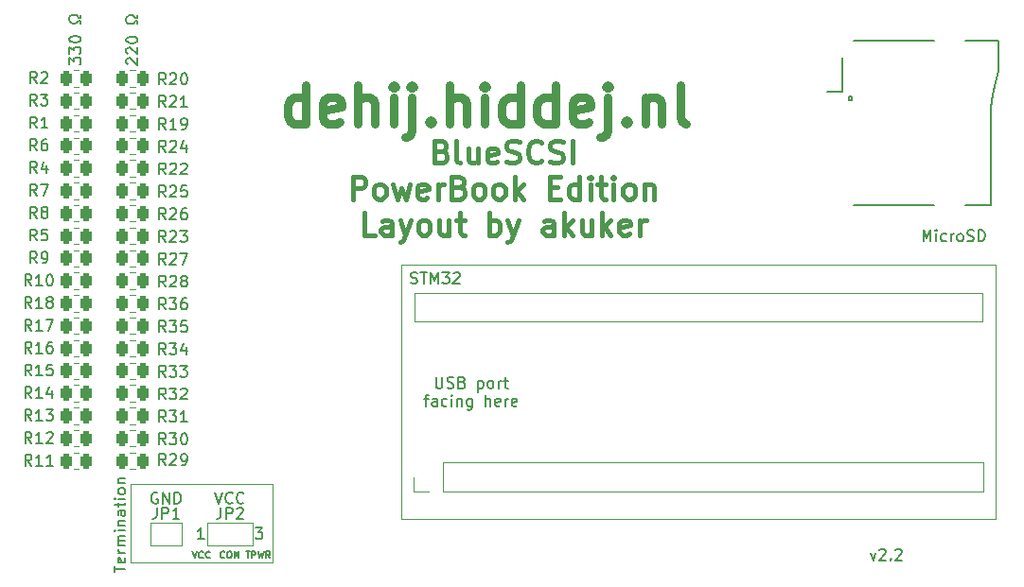
<source format=gto>
G04 #@! TF.GenerationSoftware,KiCad,Pcbnew,(6.0.4)*
G04 #@! TF.CreationDate,2022-09-08T18:29:31-05:00*
G04 #@! TF.ProjectId,v2-PowerBook-BLUESCSI-dehij,76322d50-6f77-4657-9242-6f6f6b2d424c,rev?*
G04 #@! TF.SameCoordinates,Original*
G04 #@! TF.FileFunction,Legend,Top*
G04 #@! TF.FilePolarity,Positive*
%FSLAX46Y46*%
G04 Gerber Fmt 4.6, Leading zero omitted, Abs format (unit mm)*
G04 Created by KiCad (PCBNEW (6.0.4)) date 2022-09-08 18:29:31*
%MOMM*%
%LPD*%
G01*
G04 APERTURE LIST*
G04 Aperture macros list*
%AMRoundRect*
0 Rectangle with rounded corners*
0 $1 Rounding radius*
0 $2 $3 $4 $5 $6 $7 $8 $9 X,Y pos of 4 corners*
0 Add a 4 corners polygon primitive as box body*
4,1,4,$2,$3,$4,$5,$6,$7,$8,$9,$2,$3,0*
0 Add four circle primitives for the rounded corners*
1,1,$1+$1,$2,$3*
1,1,$1+$1,$4,$5*
1,1,$1+$1,$6,$7*
1,1,$1+$1,$8,$9*
0 Add four rect primitives between the rounded corners*
20,1,$1+$1,$2,$3,$4,$5,0*
20,1,$1+$1,$4,$5,$6,$7,0*
20,1,$1+$1,$6,$7,$8,$9,0*
20,1,$1+$1,$8,$9,$2,$3,0*%
G04 Aperture macros list end*
%ADD10C,0.400000*%
%ADD11C,0.800000*%
%ADD12C,0.120000*%
%ADD13C,0.150000*%
%ADD14C,2.500000*%
%ADD15RoundRect,0.250000X0.262500X0.450000X-0.262500X0.450000X-0.262500X-0.450000X0.262500X-0.450000X0*%
%ADD16RoundRect,0.250000X-0.262500X-0.450000X0.262500X-0.450000X0.262500X0.450000X-0.262500X0.450000X0*%
%ADD17R,1.600000X0.700000*%
%ADD18R,2.200000X1.200000*%
%ADD19R,1.400000X1.600000*%
%ADD20R,1.400000X1.200000*%
%ADD21R,1.000000X1.500000*%
%ADD22C,1.700000*%
%ADD23R,1.700000X1.700000*%
%ADD24R,1.350000X1.350000*%
%ADD25O,1.350000X1.350000*%
G04 APERTURE END LIST*
D10*
X119276190Y-88927142D02*
X119561904Y-89022380D01*
X119657142Y-89117619D01*
X119752380Y-89308095D01*
X119752380Y-89593809D01*
X119657142Y-89784285D01*
X119561904Y-89879523D01*
X119371428Y-89974761D01*
X118609523Y-89974761D01*
X118609523Y-87974761D01*
X119276190Y-87974761D01*
X119466666Y-88070000D01*
X119561904Y-88165238D01*
X119657142Y-88355714D01*
X119657142Y-88546190D01*
X119561904Y-88736666D01*
X119466666Y-88831904D01*
X119276190Y-88927142D01*
X118609523Y-88927142D01*
X120895238Y-89974761D02*
X120704761Y-89879523D01*
X120609523Y-89689047D01*
X120609523Y-87974761D01*
X122514285Y-88641428D02*
X122514285Y-89974761D01*
X121657142Y-88641428D02*
X121657142Y-89689047D01*
X121752380Y-89879523D01*
X121942857Y-89974761D01*
X122228571Y-89974761D01*
X122419047Y-89879523D01*
X122514285Y-89784285D01*
X124228571Y-89879523D02*
X124038095Y-89974761D01*
X123657142Y-89974761D01*
X123466666Y-89879523D01*
X123371428Y-89689047D01*
X123371428Y-88927142D01*
X123466666Y-88736666D01*
X123657142Y-88641428D01*
X124038095Y-88641428D01*
X124228571Y-88736666D01*
X124323809Y-88927142D01*
X124323809Y-89117619D01*
X123371428Y-89308095D01*
X125085714Y-89879523D02*
X125371428Y-89974761D01*
X125847619Y-89974761D01*
X126038095Y-89879523D01*
X126133333Y-89784285D01*
X126228571Y-89593809D01*
X126228571Y-89403333D01*
X126133333Y-89212857D01*
X126038095Y-89117619D01*
X125847619Y-89022380D01*
X125466666Y-88927142D01*
X125276190Y-88831904D01*
X125180952Y-88736666D01*
X125085714Y-88546190D01*
X125085714Y-88355714D01*
X125180952Y-88165238D01*
X125276190Y-88070000D01*
X125466666Y-87974761D01*
X125942857Y-87974761D01*
X126228571Y-88070000D01*
X128228571Y-89784285D02*
X128133333Y-89879523D01*
X127847619Y-89974761D01*
X127657142Y-89974761D01*
X127371428Y-89879523D01*
X127180952Y-89689047D01*
X127085714Y-89498571D01*
X126990476Y-89117619D01*
X126990476Y-88831904D01*
X127085714Y-88450952D01*
X127180952Y-88260476D01*
X127371428Y-88070000D01*
X127657142Y-87974761D01*
X127847619Y-87974761D01*
X128133333Y-88070000D01*
X128228571Y-88165238D01*
X128990476Y-89879523D02*
X129276190Y-89974761D01*
X129752380Y-89974761D01*
X129942857Y-89879523D01*
X130038095Y-89784285D01*
X130133333Y-89593809D01*
X130133333Y-89403333D01*
X130038095Y-89212857D01*
X129942857Y-89117619D01*
X129752380Y-89022380D01*
X129371428Y-88927142D01*
X129180952Y-88831904D01*
X129085714Y-88736666D01*
X128990476Y-88546190D01*
X128990476Y-88355714D01*
X129085714Y-88165238D01*
X129180952Y-88070000D01*
X129371428Y-87974761D01*
X129847619Y-87974761D01*
X130133333Y-88070000D01*
X130990476Y-89974761D02*
X130990476Y-87974761D01*
X111323809Y-93194761D02*
X111323809Y-91194761D01*
X112085714Y-91194761D01*
X112276190Y-91290000D01*
X112371428Y-91385238D01*
X112466666Y-91575714D01*
X112466666Y-91861428D01*
X112371428Y-92051904D01*
X112276190Y-92147142D01*
X112085714Y-92242380D01*
X111323809Y-92242380D01*
X113609523Y-93194761D02*
X113419047Y-93099523D01*
X113323809Y-93004285D01*
X113228571Y-92813809D01*
X113228571Y-92242380D01*
X113323809Y-92051904D01*
X113419047Y-91956666D01*
X113609523Y-91861428D01*
X113895238Y-91861428D01*
X114085714Y-91956666D01*
X114180952Y-92051904D01*
X114276190Y-92242380D01*
X114276190Y-92813809D01*
X114180952Y-93004285D01*
X114085714Y-93099523D01*
X113895238Y-93194761D01*
X113609523Y-93194761D01*
X114942857Y-91861428D02*
X115323809Y-93194761D01*
X115704761Y-92242380D01*
X116085714Y-93194761D01*
X116466666Y-91861428D01*
X117990476Y-93099523D02*
X117800000Y-93194761D01*
X117419047Y-93194761D01*
X117228571Y-93099523D01*
X117133333Y-92909047D01*
X117133333Y-92147142D01*
X117228571Y-91956666D01*
X117419047Y-91861428D01*
X117800000Y-91861428D01*
X117990476Y-91956666D01*
X118085714Y-92147142D01*
X118085714Y-92337619D01*
X117133333Y-92528095D01*
X118942857Y-93194761D02*
X118942857Y-91861428D01*
X118942857Y-92242380D02*
X119038095Y-92051904D01*
X119133333Y-91956666D01*
X119323809Y-91861428D01*
X119514285Y-91861428D01*
X120847619Y-92147142D02*
X121133333Y-92242380D01*
X121228571Y-92337619D01*
X121323809Y-92528095D01*
X121323809Y-92813809D01*
X121228571Y-93004285D01*
X121133333Y-93099523D01*
X120942857Y-93194761D01*
X120180952Y-93194761D01*
X120180952Y-91194761D01*
X120847619Y-91194761D01*
X121038095Y-91290000D01*
X121133333Y-91385238D01*
X121228571Y-91575714D01*
X121228571Y-91766190D01*
X121133333Y-91956666D01*
X121038095Y-92051904D01*
X120847619Y-92147142D01*
X120180952Y-92147142D01*
X122466666Y-93194761D02*
X122276190Y-93099523D01*
X122180952Y-93004285D01*
X122085714Y-92813809D01*
X122085714Y-92242380D01*
X122180952Y-92051904D01*
X122276190Y-91956666D01*
X122466666Y-91861428D01*
X122752380Y-91861428D01*
X122942857Y-91956666D01*
X123038095Y-92051904D01*
X123133333Y-92242380D01*
X123133333Y-92813809D01*
X123038095Y-93004285D01*
X122942857Y-93099523D01*
X122752380Y-93194761D01*
X122466666Y-93194761D01*
X124276190Y-93194761D02*
X124085714Y-93099523D01*
X123990476Y-93004285D01*
X123895238Y-92813809D01*
X123895238Y-92242380D01*
X123990476Y-92051904D01*
X124085714Y-91956666D01*
X124276190Y-91861428D01*
X124561904Y-91861428D01*
X124752380Y-91956666D01*
X124847619Y-92051904D01*
X124942857Y-92242380D01*
X124942857Y-92813809D01*
X124847619Y-93004285D01*
X124752380Y-93099523D01*
X124561904Y-93194761D01*
X124276190Y-93194761D01*
X125800000Y-93194761D02*
X125800000Y-91194761D01*
X125990476Y-92432857D02*
X126561904Y-93194761D01*
X126561904Y-91861428D02*
X125800000Y-92623333D01*
X128942857Y-92147142D02*
X129609523Y-92147142D01*
X129895238Y-93194761D02*
X128942857Y-93194761D01*
X128942857Y-91194761D01*
X129895238Y-91194761D01*
X131609523Y-93194761D02*
X131609523Y-91194761D01*
X131609523Y-93099523D02*
X131419047Y-93194761D01*
X131038095Y-93194761D01*
X130847619Y-93099523D01*
X130752380Y-93004285D01*
X130657142Y-92813809D01*
X130657142Y-92242380D01*
X130752380Y-92051904D01*
X130847619Y-91956666D01*
X131038095Y-91861428D01*
X131419047Y-91861428D01*
X131609523Y-91956666D01*
X132561904Y-93194761D02*
X132561904Y-91861428D01*
X132561904Y-91194761D02*
X132466666Y-91290000D01*
X132561904Y-91385238D01*
X132657142Y-91290000D01*
X132561904Y-91194761D01*
X132561904Y-91385238D01*
X133228571Y-91861428D02*
X133990476Y-91861428D01*
X133514285Y-91194761D02*
X133514285Y-92909047D01*
X133609523Y-93099523D01*
X133800000Y-93194761D01*
X133990476Y-93194761D01*
X134657142Y-93194761D02*
X134657142Y-91861428D01*
X134657142Y-91194761D02*
X134561904Y-91290000D01*
X134657142Y-91385238D01*
X134752380Y-91290000D01*
X134657142Y-91194761D01*
X134657142Y-91385238D01*
X135895238Y-93194761D02*
X135704761Y-93099523D01*
X135609523Y-93004285D01*
X135514285Y-92813809D01*
X135514285Y-92242380D01*
X135609523Y-92051904D01*
X135704761Y-91956666D01*
X135895238Y-91861428D01*
X136180952Y-91861428D01*
X136371428Y-91956666D01*
X136466666Y-92051904D01*
X136561904Y-92242380D01*
X136561904Y-92813809D01*
X136466666Y-93004285D01*
X136371428Y-93099523D01*
X136180952Y-93194761D01*
X135895238Y-93194761D01*
X137419047Y-91861428D02*
X137419047Y-93194761D01*
X137419047Y-92051904D02*
X137514285Y-91956666D01*
X137704761Y-91861428D01*
X137990476Y-91861428D01*
X138180952Y-91956666D01*
X138276190Y-92147142D01*
X138276190Y-93194761D01*
X113276190Y-96414761D02*
X112323809Y-96414761D01*
X112323809Y-94414761D01*
X114800000Y-96414761D02*
X114800000Y-95367142D01*
X114704761Y-95176666D01*
X114514285Y-95081428D01*
X114133333Y-95081428D01*
X113942857Y-95176666D01*
X114800000Y-96319523D02*
X114609523Y-96414761D01*
X114133333Y-96414761D01*
X113942857Y-96319523D01*
X113847619Y-96129047D01*
X113847619Y-95938571D01*
X113942857Y-95748095D01*
X114133333Y-95652857D01*
X114609523Y-95652857D01*
X114800000Y-95557619D01*
X115561904Y-95081428D02*
X116038095Y-96414761D01*
X116514285Y-95081428D02*
X116038095Y-96414761D01*
X115847619Y-96890952D01*
X115752380Y-96986190D01*
X115561904Y-97081428D01*
X117561904Y-96414761D02*
X117371428Y-96319523D01*
X117276190Y-96224285D01*
X117180952Y-96033809D01*
X117180952Y-95462380D01*
X117276190Y-95271904D01*
X117371428Y-95176666D01*
X117561904Y-95081428D01*
X117847619Y-95081428D01*
X118038095Y-95176666D01*
X118133333Y-95271904D01*
X118228571Y-95462380D01*
X118228571Y-96033809D01*
X118133333Y-96224285D01*
X118038095Y-96319523D01*
X117847619Y-96414761D01*
X117561904Y-96414761D01*
X119942857Y-95081428D02*
X119942857Y-96414761D01*
X119085714Y-95081428D02*
X119085714Y-96129047D01*
X119180952Y-96319523D01*
X119371428Y-96414761D01*
X119657142Y-96414761D01*
X119847619Y-96319523D01*
X119942857Y-96224285D01*
X120609523Y-95081428D02*
X121371428Y-95081428D01*
X120895238Y-94414761D02*
X120895238Y-96129047D01*
X120990476Y-96319523D01*
X121180952Y-96414761D01*
X121371428Y-96414761D01*
X123561904Y-96414761D02*
X123561904Y-94414761D01*
X123561904Y-95176666D02*
X123752380Y-95081428D01*
X124133333Y-95081428D01*
X124323809Y-95176666D01*
X124419047Y-95271904D01*
X124514285Y-95462380D01*
X124514285Y-96033809D01*
X124419047Y-96224285D01*
X124323809Y-96319523D01*
X124133333Y-96414761D01*
X123752380Y-96414761D01*
X123561904Y-96319523D01*
X125180952Y-95081428D02*
X125657142Y-96414761D01*
X126133333Y-95081428D02*
X125657142Y-96414761D01*
X125466666Y-96890952D01*
X125371428Y-96986190D01*
X125180952Y-97081428D01*
X129276190Y-96414761D02*
X129276190Y-95367142D01*
X129180952Y-95176666D01*
X128990476Y-95081428D01*
X128609523Y-95081428D01*
X128419047Y-95176666D01*
X129276190Y-96319523D02*
X129085714Y-96414761D01*
X128609523Y-96414761D01*
X128419047Y-96319523D01*
X128323809Y-96129047D01*
X128323809Y-95938571D01*
X128419047Y-95748095D01*
X128609523Y-95652857D01*
X129085714Y-95652857D01*
X129276190Y-95557619D01*
X130228571Y-96414761D02*
X130228571Y-94414761D01*
X130419047Y-95652857D02*
X130990476Y-96414761D01*
X130990476Y-95081428D02*
X130228571Y-95843333D01*
X132704761Y-95081428D02*
X132704761Y-96414761D01*
X131847619Y-95081428D02*
X131847619Y-96129047D01*
X131942857Y-96319523D01*
X132133333Y-96414761D01*
X132419047Y-96414761D01*
X132609523Y-96319523D01*
X132704761Y-96224285D01*
X133657142Y-96414761D02*
X133657142Y-94414761D01*
X133847619Y-95652857D02*
X134419047Y-96414761D01*
X134419047Y-95081428D02*
X133657142Y-95843333D01*
X136038095Y-96319523D02*
X135847619Y-96414761D01*
X135466666Y-96414761D01*
X135276190Y-96319523D01*
X135180952Y-96129047D01*
X135180952Y-95367142D01*
X135276190Y-95176666D01*
X135466666Y-95081428D01*
X135847619Y-95081428D01*
X136038095Y-95176666D01*
X136133333Y-95367142D01*
X136133333Y-95557619D01*
X135180952Y-95748095D01*
X136990476Y-96414761D02*
X136990476Y-95081428D01*
X136990476Y-95462380D02*
X137085714Y-95271904D01*
X137180952Y-95176666D01*
X137371428Y-95081428D01*
X137561904Y-95081428D01*
D11*
X107136666Y-86453333D02*
X107136666Y-82953333D01*
X107136666Y-86286666D02*
X106803333Y-86453333D01*
X106136666Y-86453333D01*
X105803333Y-86286666D01*
X105636666Y-86120000D01*
X105470000Y-85786666D01*
X105470000Y-84786666D01*
X105636666Y-84453333D01*
X105803333Y-84286666D01*
X106136666Y-84120000D01*
X106803333Y-84120000D01*
X107136666Y-84286666D01*
X110136666Y-86286666D02*
X109803333Y-86453333D01*
X109136666Y-86453333D01*
X108803333Y-86286666D01*
X108636666Y-85953333D01*
X108636666Y-84620000D01*
X108803333Y-84286666D01*
X109136666Y-84120000D01*
X109803333Y-84120000D01*
X110136666Y-84286666D01*
X110303333Y-84620000D01*
X110303333Y-84953333D01*
X108636666Y-85286666D01*
X111803333Y-86453333D02*
X111803333Y-82953333D01*
X113303333Y-86453333D02*
X113303333Y-84620000D01*
X113136666Y-84286666D01*
X112803333Y-84120000D01*
X112303333Y-84120000D01*
X111970000Y-84286666D01*
X111803333Y-84453333D01*
X114970000Y-86453333D02*
X114970000Y-84120000D01*
X114970000Y-82953333D02*
X114803333Y-83120000D01*
X114970000Y-83286666D01*
X115136666Y-83120000D01*
X114970000Y-82953333D01*
X114970000Y-83286666D01*
X116636666Y-84120000D02*
X116636666Y-87120000D01*
X116470000Y-87453333D01*
X116136666Y-87620000D01*
X115970000Y-87620000D01*
X116636666Y-82953333D02*
X116470000Y-83120000D01*
X116636666Y-83286666D01*
X116803333Y-83120000D01*
X116636666Y-82953333D01*
X116636666Y-83286666D01*
X118303333Y-86120000D02*
X118470000Y-86286666D01*
X118303333Y-86453333D01*
X118136666Y-86286666D01*
X118303333Y-86120000D01*
X118303333Y-86453333D01*
X119970000Y-86453333D02*
X119970000Y-82953333D01*
X121470000Y-86453333D02*
X121470000Y-84620000D01*
X121303333Y-84286666D01*
X120970000Y-84120000D01*
X120470000Y-84120000D01*
X120136666Y-84286666D01*
X119970000Y-84453333D01*
X123136666Y-86453333D02*
X123136666Y-84120000D01*
X123136666Y-82953333D02*
X122970000Y-83120000D01*
X123136666Y-83286666D01*
X123303333Y-83120000D01*
X123136666Y-82953333D01*
X123136666Y-83286666D01*
X126303333Y-86453333D02*
X126303333Y-82953333D01*
X126303333Y-86286666D02*
X125970000Y-86453333D01*
X125303333Y-86453333D01*
X124970000Y-86286666D01*
X124803333Y-86120000D01*
X124636666Y-85786666D01*
X124636666Y-84786666D01*
X124803333Y-84453333D01*
X124970000Y-84286666D01*
X125303333Y-84120000D01*
X125970000Y-84120000D01*
X126303333Y-84286666D01*
X129470000Y-86453333D02*
X129470000Y-82953333D01*
X129470000Y-86286666D02*
X129136666Y-86453333D01*
X128470000Y-86453333D01*
X128136666Y-86286666D01*
X127970000Y-86120000D01*
X127803333Y-85786666D01*
X127803333Y-84786666D01*
X127970000Y-84453333D01*
X128136666Y-84286666D01*
X128470000Y-84120000D01*
X129136666Y-84120000D01*
X129470000Y-84286666D01*
X132470000Y-86286666D02*
X132136666Y-86453333D01*
X131470000Y-86453333D01*
X131136666Y-86286666D01*
X130970000Y-85953333D01*
X130970000Y-84620000D01*
X131136666Y-84286666D01*
X131470000Y-84120000D01*
X132136666Y-84120000D01*
X132470000Y-84286666D01*
X132636666Y-84620000D01*
X132636666Y-84953333D01*
X130970000Y-85286666D01*
X134136666Y-84120000D02*
X134136666Y-87120000D01*
X133970000Y-87453333D01*
X133636666Y-87620000D01*
X133470000Y-87620000D01*
X134136666Y-82953333D02*
X133970000Y-83120000D01*
X134136666Y-83286666D01*
X134303333Y-83120000D01*
X134136666Y-82953333D01*
X134136666Y-83286666D01*
X135803333Y-86120000D02*
X135970000Y-86286666D01*
X135803333Y-86453333D01*
X135636666Y-86286666D01*
X135803333Y-86120000D01*
X135803333Y-86453333D01*
X137470000Y-84120000D02*
X137470000Y-86453333D01*
X137470000Y-84453333D02*
X137636666Y-84286666D01*
X137970000Y-84120000D01*
X138470000Y-84120000D01*
X138803333Y-84286666D01*
X138970000Y-84620000D01*
X138970000Y-86453333D01*
X141136666Y-86453333D02*
X140803333Y-86286666D01*
X140636666Y-85953333D01*
X140636666Y-82953333D01*
D12*
X91440000Y-125730000D02*
X91440000Y-118745000D01*
X91440000Y-118745000D02*
X104140000Y-118745000D01*
X104140000Y-118745000D02*
X104140000Y-125730000D01*
X104140000Y-125730000D02*
X91440000Y-125730000D01*
D13*
X91157619Y-81130476D02*
X91110000Y-81082857D01*
X91062380Y-80987619D01*
X91062380Y-80749523D01*
X91110000Y-80654285D01*
X91157619Y-80606666D01*
X91252857Y-80559047D01*
X91348095Y-80559047D01*
X91490952Y-80606666D01*
X92062380Y-81178095D01*
X92062380Y-80559047D01*
X91157619Y-80178095D02*
X91110000Y-80130476D01*
X91062380Y-80035238D01*
X91062380Y-79797142D01*
X91110000Y-79701904D01*
X91157619Y-79654285D01*
X91252857Y-79606666D01*
X91348095Y-79606666D01*
X91490952Y-79654285D01*
X92062380Y-80225714D01*
X92062380Y-79606666D01*
X91062380Y-78987619D02*
X91062380Y-78892380D01*
X91110000Y-78797142D01*
X91157619Y-78749523D01*
X91252857Y-78701904D01*
X91443333Y-78654285D01*
X91681428Y-78654285D01*
X91871904Y-78701904D01*
X91967142Y-78749523D01*
X92014761Y-78797142D01*
X92062380Y-78892380D01*
X92062380Y-78987619D01*
X92014761Y-79082857D01*
X91967142Y-79130476D01*
X91871904Y-79178095D01*
X91681428Y-79225714D01*
X91443333Y-79225714D01*
X91252857Y-79178095D01*
X91157619Y-79130476D01*
X91110000Y-79082857D01*
X91062380Y-78987619D01*
X92062380Y-77511428D02*
X92062380Y-77273333D01*
X91871904Y-77273333D01*
X91824285Y-77368571D01*
X91729047Y-77463809D01*
X91586190Y-77511428D01*
X91348095Y-77511428D01*
X91205238Y-77463809D01*
X91110000Y-77368571D01*
X91062380Y-77225714D01*
X91062380Y-77035238D01*
X91110000Y-76892380D01*
X91205238Y-76797142D01*
X91348095Y-76749523D01*
X91586190Y-76749523D01*
X91729047Y-76797142D01*
X91824285Y-76892380D01*
X91871904Y-76987619D01*
X92062380Y-76987619D01*
X92062380Y-76749523D01*
X98996666Y-119467380D02*
X99330000Y-120467380D01*
X99663333Y-119467380D01*
X100568095Y-120372142D02*
X100520476Y-120419761D01*
X100377619Y-120467380D01*
X100282380Y-120467380D01*
X100139523Y-120419761D01*
X100044285Y-120324523D01*
X99996666Y-120229285D01*
X99949047Y-120038809D01*
X99949047Y-119895952D01*
X99996666Y-119705476D01*
X100044285Y-119610238D01*
X100139523Y-119515000D01*
X100282380Y-119467380D01*
X100377619Y-119467380D01*
X100520476Y-119515000D01*
X100568095Y-119562619D01*
X101568095Y-120372142D02*
X101520476Y-120419761D01*
X101377619Y-120467380D01*
X101282380Y-120467380D01*
X101139523Y-120419761D01*
X101044285Y-120324523D01*
X100996666Y-120229285D01*
X100949047Y-120038809D01*
X100949047Y-119895952D01*
X100996666Y-119705476D01*
X101044285Y-119610238D01*
X101139523Y-119515000D01*
X101282380Y-119467380D01*
X101377619Y-119467380D01*
X101520476Y-119515000D01*
X101568095Y-119562619D01*
X99858571Y-125309285D02*
X99830000Y-125337857D01*
X99744285Y-125366428D01*
X99687142Y-125366428D01*
X99601428Y-125337857D01*
X99544285Y-125280714D01*
X99515714Y-125223571D01*
X99487142Y-125109285D01*
X99487142Y-125023571D01*
X99515714Y-124909285D01*
X99544285Y-124852142D01*
X99601428Y-124795000D01*
X99687142Y-124766428D01*
X99744285Y-124766428D01*
X99830000Y-124795000D01*
X99858571Y-124823571D01*
X100230000Y-124766428D02*
X100344285Y-124766428D01*
X100401428Y-124795000D01*
X100458571Y-124852142D01*
X100487142Y-124966428D01*
X100487142Y-125166428D01*
X100458571Y-125280714D01*
X100401428Y-125337857D01*
X100344285Y-125366428D01*
X100230000Y-125366428D01*
X100172857Y-125337857D01*
X100115714Y-125280714D01*
X100087142Y-125166428D01*
X100087142Y-124966428D01*
X100115714Y-124852142D01*
X100172857Y-124795000D01*
X100230000Y-124766428D01*
X100744285Y-125366428D02*
X100744285Y-124766428D01*
X100944285Y-125195000D01*
X101144285Y-124766428D01*
X101144285Y-125366428D01*
X162361904Y-96972380D02*
X162361904Y-95972380D01*
X162695238Y-96686666D01*
X163028571Y-95972380D01*
X163028571Y-96972380D01*
X163504761Y-96972380D02*
X163504761Y-96305714D01*
X163504761Y-95972380D02*
X163457142Y-96020000D01*
X163504761Y-96067619D01*
X163552380Y-96020000D01*
X163504761Y-95972380D01*
X163504761Y-96067619D01*
X164409523Y-96924761D02*
X164314285Y-96972380D01*
X164123809Y-96972380D01*
X164028571Y-96924761D01*
X163980952Y-96877142D01*
X163933333Y-96781904D01*
X163933333Y-96496190D01*
X163980952Y-96400952D01*
X164028571Y-96353333D01*
X164123809Y-96305714D01*
X164314285Y-96305714D01*
X164409523Y-96353333D01*
X164838095Y-96972380D02*
X164838095Y-96305714D01*
X164838095Y-96496190D02*
X164885714Y-96400952D01*
X164933333Y-96353333D01*
X165028571Y-96305714D01*
X165123809Y-96305714D01*
X165600000Y-96972380D02*
X165504761Y-96924761D01*
X165457142Y-96877142D01*
X165409523Y-96781904D01*
X165409523Y-96496190D01*
X165457142Y-96400952D01*
X165504761Y-96353333D01*
X165600000Y-96305714D01*
X165742857Y-96305714D01*
X165838095Y-96353333D01*
X165885714Y-96400952D01*
X165933333Y-96496190D01*
X165933333Y-96781904D01*
X165885714Y-96877142D01*
X165838095Y-96924761D01*
X165742857Y-96972380D01*
X165600000Y-96972380D01*
X166314285Y-96924761D02*
X166457142Y-96972380D01*
X166695238Y-96972380D01*
X166790476Y-96924761D01*
X166838095Y-96877142D01*
X166885714Y-96781904D01*
X166885714Y-96686666D01*
X166838095Y-96591428D01*
X166790476Y-96543809D01*
X166695238Y-96496190D01*
X166504761Y-96448571D01*
X166409523Y-96400952D01*
X166361904Y-96353333D01*
X166314285Y-96258095D01*
X166314285Y-96162857D01*
X166361904Y-96067619D01*
X166409523Y-96020000D01*
X166504761Y-95972380D01*
X166742857Y-95972380D01*
X166885714Y-96020000D01*
X167314285Y-96972380D02*
X167314285Y-95972380D01*
X167552380Y-95972380D01*
X167695238Y-96020000D01*
X167790476Y-96115238D01*
X167838095Y-96210476D01*
X167885714Y-96400952D01*
X167885714Y-96543809D01*
X167838095Y-96734285D01*
X167790476Y-96829523D01*
X167695238Y-96924761D01*
X167552380Y-96972380D01*
X167314285Y-96972380D01*
X116519523Y-100724761D02*
X116662380Y-100772380D01*
X116900476Y-100772380D01*
X116995714Y-100724761D01*
X117043333Y-100677142D01*
X117090952Y-100581904D01*
X117090952Y-100486666D01*
X117043333Y-100391428D01*
X116995714Y-100343809D01*
X116900476Y-100296190D01*
X116710000Y-100248571D01*
X116614761Y-100200952D01*
X116567142Y-100153333D01*
X116519523Y-100058095D01*
X116519523Y-99962857D01*
X116567142Y-99867619D01*
X116614761Y-99820000D01*
X116710000Y-99772380D01*
X116948095Y-99772380D01*
X117090952Y-99820000D01*
X117376666Y-99772380D02*
X117948095Y-99772380D01*
X117662380Y-100772380D02*
X117662380Y-99772380D01*
X118281428Y-100772380D02*
X118281428Y-99772380D01*
X118614761Y-100486666D01*
X118948095Y-99772380D01*
X118948095Y-100772380D01*
X119329047Y-99772380D02*
X119948095Y-99772380D01*
X119614761Y-100153333D01*
X119757619Y-100153333D01*
X119852857Y-100200952D01*
X119900476Y-100248571D01*
X119948095Y-100343809D01*
X119948095Y-100581904D01*
X119900476Y-100677142D01*
X119852857Y-100724761D01*
X119757619Y-100772380D01*
X119471904Y-100772380D01*
X119376666Y-100724761D01*
X119329047Y-100677142D01*
X120329047Y-99867619D02*
X120376666Y-99820000D01*
X120471904Y-99772380D01*
X120710000Y-99772380D01*
X120805238Y-99820000D01*
X120852857Y-99867619D01*
X120900476Y-99962857D01*
X120900476Y-100058095D01*
X120852857Y-100200952D01*
X120281428Y-100772380D01*
X120900476Y-100772380D01*
X118777142Y-109137380D02*
X118777142Y-109946904D01*
X118824761Y-110042142D01*
X118872380Y-110089761D01*
X118967619Y-110137380D01*
X119158095Y-110137380D01*
X119253333Y-110089761D01*
X119300952Y-110042142D01*
X119348571Y-109946904D01*
X119348571Y-109137380D01*
X119777142Y-110089761D02*
X119920000Y-110137380D01*
X120158095Y-110137380D01*
X120253333Y-110089761D01*
X120300952Y-110042142D01*
X120348571Y-109946904D01*
X120348571Y-109851666D01*
X120300952Y-109756428D01*
X120253333Y-109708809D01*
X120158095Y-109661190D01*
X119967619Y-109613571D01*
X119872380Y-109565952D01*
X119824761Y-109518333D01*
X119777142Y-109423095D01*
X119777142Y-109327857D01*
X119824761Y-109232619D01*
X119872380Y-109185000D01*
X119967619Y-109137380D01*
X120205714Y-109137380D01*
X120348571Y-109185000D01*
X121110476Y-109613571D02*
X121253333Y-109661190D01*
X121300952Y-109708809D01*
X121348571Y-109804047D01*
X121348571Y-109946904D01*
X121300952Y-110042142D01*
X121253333Y-110089761D01*
X121158095Y-110137380D01*
X120777142Y-110137380D01*
X120777142Y-109137380D01*
X121110476Y-109137380D01*
X121205714Y-109185000D01*
X121253333Y-109232619D01*
X121300952Y-109327857D01*
X121300952Y-109423095D01*
X121253333Y-109518333D01*
X121205714Y-109565952D01*
X121110476Y-109613571D01*
X120777142Y-109613571D01*
X122539047Y-109470714D02*
X122539047Y-110470714D01*
X122539047Y-109518333D02*
X122634285Y-109470714D01*
X122824761Y-109470714D01*
X122920000Y-109518333D01*
X122967619Y-109565952D01*
X123015238Y-109661190D01*
X123015238Y-109946904D01*
X122967619Y-110042142D01*
X122920000Y-110089761D01*
X122824761Y-110137380D01*
X122634285Y-110137380D01*
X122539047Y-110089761D01*
X123586666Y-110137380D02*
X123491428Y-110089761D01*
X123443809Y-110042142D01*
X123396190Y-109946904D01*
X123396190Y-109661190D01*
X123443809Y-109565952D01*
X123491428Y-109518333D01*
X123586666Y-109470714D01*
X123729523Y-109470714D01*
X123824761Y-109518333D01*
X123872380Y-109565952D01*
X123920000Y-109661190D01*
X123920000Y-109946904D01*
X123872380Y-110042142D01*
X123824761Y-110089761D01*
X123729523Y-110137380D01*
X123586666Y-110137380D01*
X124348571Y-110137380D02*
X124348571Y-109470714D01*
X124348571Y-109661190D02*
X124396190Y-109565952D01*
X124443809Y-109518333D01*
X124539047Y-109470714D01*
X124634285Y-109470714D01*
X124824761Y-109470714D02*
X125205714Y-109470714D01*
X124967619Y-109137380D02*
X124967619Y-109994523D01*
X125015238Y-110089761D01*
X125110476Y-110137380D01*
X125205714Y-110137380D01*
X117705714Y-111080714D02*
X118086666Y-111080714D01*
X117848571Y-111747380D02*
X117848571Y-110890238D01*
X117896190Y-110795000D01*
X117991428Y-110747380D01*
X118086666Y-110747380D01*
X118848571Y-111747380D02*
X118848571Y-111223571D01*
X118800952Y-111128333D01*
X118705714Y-111080714D01*
X118515238Y-111080714D01*
X118420000Y-111128333D01*
X118848571Y-111699761D02*
X118753333Y-111747380D01*
X118515238Y-111747380D01*
X118420000Y-111699761D01*
X118372380Y-111604523D01*
X118372380Y-111509285D01*
X118420000Y-111414047D01*
X118515238Y-111366428D01*
X118753333Y-111366428D01*
X118848571Y-111318809D01*
X119753333Y-111699761D02*
X119658095Y-111747380D01*
X119467619Y-111747380D01*
X119372380Y-111699761D01*
X119324761Y-111652142D01*
X119277142Y-111556904D01*
X119277142Y-111271190D01*
X119324761Y-111175952D01*
X119372380Y-111128333D01*
X119467619Y-111080714D01*
X119658095Y-111080714D01*
X119753333Y-111128333D01*
X120181904Y-111747380D02*
X120181904Y-111080714D01*
X120181904Y-110747380D02*
X120134285Y-110795000D01*
X120181904Y-110842619D01*
X120229523Y-110795000D01*
X120181904Y-110747380D01*
X120181904Y-110842619D01*
X120658095Y-111080714D02*
X120658095Y-111747380D01*
X120658095Y-111175952D02*
X120705714Y-111128333D01*
X120800952Y-111080714D01*
X120943809Y-111080714D01*
X121039047Y-111128333D01*
X121086666Y-111223571D01*
X121086666Y-111747380D01*
X121991428Y-111080714D02*
X121991428Y-111890238D01*
X121943809Y-111985476D01*
X121896190Y-112033095D01*
X121800952Y-112080714D01*
X121658095Y-112080714D01*
X121562857Y-112033095D01*
X121991428Y-111699761D02*
X121896190Y-111747380D01*
X121705714Y-111747380D01*
X121610476Y-111699761D01*
X121562857Y-111652142D01*
X121515238Y-111556904D01*
X121515238Y-111271190D01*
X121562857Y-111175952D01*
X121610476Y-111128333D01*
X121705714Y-111080714D01*
X121896190Y-111080714D01*
X121991428Y-111128333D01*
X123229523Y-111747380D02*
X123229523Y-110747380D01*
X123658095Y-111747380D02*
X123658095Y-111223571D01*
X123610476Y-111128333D01*
X123515238Y-111080714D01*
X123372380Y-111080714D01*
X123277142Y-111128333D01*
X123229523Y-111175952D01*
X124515238Y-111699761D02*
X124420000Y-111747380D01*
X124229523Y-111747380D01*
X124134285Y-111699761D01*
X124086666Y-111604523D01*
X124086666Y-111223571D01*
X124134285Y-111128333D01*
X124229523Y-111080714D01*
X124420000Y-111080714D01*
X124515238Y-111128333D01*
X124562857Y-111223571D01*
X124562857Y-111318809D01*
X124086666Y-111414047D01*
X124991428Y-111747380D02*
X124991428Y-111080714D01*
X124991428Y-111271190D02*
X125039047Y-111175952D01*
X125086666Y-111128333D01*
X125181904Y-111080714D01*
X125277142Y-111080714D01*
X125991428Y-111699761D02*
X125896190Y-111747380D01*
X125705714Y-111747380D01*
X125610476Y-111699761D01*
X125562857Y-111604523D01*
X125562857Y-111223571D01*
X125610476Y-111128333D01*
X125705714Y-111080714D01*
X125896190Y-111080714D01*
X125991428Y-111128333D01*
X126039047Y-111223571D01*
X126039047Y-111318809D01*
X125562857Y-111414047D01*
X93853095Y-119515000D02*
X93757857Y-119467380D01*
X93615000Y-119467380D01*
X93472142Y-119515000D01*
X93376904Y-119610238D01*
X93329285Y-119705476D01*
X93281666Y-119895952D01*
X93281666Y-120038809D01*
X93329285Y-120229285D01*
X93376904Y-120324523D01*
X93472142Y-120419761D01*
X93615000Y-120467380D01*
X93710238Y-120467380D01*
X93853095Y-120419761D01*
X93900714Y-120372142D01*
X93900714Y-120038809D01*
X93710238Y-120038809D01*
X94329285Y-120467380D02*
X94329285Y-119467380D01*
X94900714Y-120467380D01*
X94900714Y-119467380D01*
X95376904Y-120467380D02*
X95376904Y-119467380D01*
X95615000Y-119467380D01*
X95757857Y-119515000D01*
X95853095Y-119610238D01*
X95900714Y-119705476D01*
X95948333Y-119895952D01*
X95948333Y-120038809D01*
X95900714Y-120229285D01*
X95853095Y-120324523D01*
X95757857Y-120419761D01*
X95615000Y-120467380D01*
X95376904Y-120467380D01*
X157641428Y-124875714D02*
X157879523Y-125542380D01*
X158117619Y-124875714D01*
X158450952Y-124637619D02*
X158498571Y-124590000D01*
X158593809Y-124542380D01*
X158831904Y-124542380D01*
X158927142Y-124590000D01*
X158974761Y-124637619D01*
X159022380Y-124732857D01*
X159022380Y-124828095D01*
X158974761Y-124970952D01*
X158403333Y-125542380D01*
X159022380Y-125542380D01*
X159450952Y-125447142D02*
X159498571Y-125494761D01*
X159450952Y-125542380D01*
X159403333Y-125494761D01*
X159450952Y-125447142D01*
X159450952Y-125542380D01*
X159879523Y-124637619D02*
X159927142Y-124590000D01*
X160022380Y-124542380D01*
X160260476Y-124542380D01*
X160355714Y-124590000D01*
X160403333Y-124637619D01*
X160450952Y-124732857D01*
X160450952Y-124828095D01*
X160403333Y-124970952D01*
X159831904Y-125542380D01*
X160450952Y-125542380D01*
X101755714Y-124766428D02*
X102098571Y-124766428D01*
X101927142Y-125366428D02*
X101927142Y-124766428D01*
X102298571Y-125366428D02*
X102298571Y-124766428D01*
X102527142Y-124766428D01*
X102584285Y-124795000D01*
X102612857Y-124823571D01*
X102641428Y-124880714D01*
X102641428Y-124966428D01*
X102612857Y-125023571D01*
X102584285Y-125052142D01*
X102527142Y-125080714D01*
X102298571Y-125080714D01*
X102841428Y-124766428D02*
X102984285Y-125366428D01*
X103098571Y-124937857D01*
X103212857Y-125366428D01*
X103355714Y-124766428D01*
X103927142Y-125366428D02*
X103727142Y-125080714D01*
X103584285Y-125366428D02*
X103584285Y-124766428D01*
X103812857Y-124766428D01*
X103870000Y-124795000D01*
X103898571Y-124823571D01*
X103927142Y-124880714D01*
X103927142Y-124966428D01*
X103898571Y-125023571D01*
X103870000Y-125052142D01*
X103812857Y-125080714D01*
X103584285Y-125080714D01*
X96990000Y-124766428D02*
X97190000Y-125366428D01*
X97390000Y-124766428D01*
X97932857Y-125309285D02*
X97904285Y-125337857D01*
X97818571Y-125366428D01*
X97761428Y-125366428D01*
X97675714Y-125337857D01*
X97618571Y-125280714D01*
X97590000Y-125223571D01*
X97561428Y-125109285D01*
X97561428Y-125023571D01*
X97590000Y-124909285D01*
X97618571Y-124852142D01*
X97675714Y-124795000D01*
X97761428Y-124766428D01*
X97818571Y-124766428D01*
X97904285Y-124795000D01*
X97932857Y-124823571D01*
X98532857Y-125309285D02*
X98504285Y-125337857D01*
X98418571Y-125366428D01*
X98361428Y-125366428D01*
X98275714Y-125337857D01*
X98218571Y-125280714D01*
X98190000Y-125223571D01*
X98161428Y-125109285D01*
X98161428Y-125023571D01*
X98190000Y-124909285D01*
X98218571Y-124852142D01*
X98275714Y-124795000D01*
X98361428Y-124766428D01*
X98418571Y-124766428D01*
X98504285Y-124795000D01*
X98532857Y-124823571D01*
X89982380Y-126621904D02*
X89982380Y-126050476D01*
X90982380Y-126336190D02*
X89982380Y-126336190D01*
X90934761Y-125336190D02*
X90982380Y-125431428D01*
X90982380Y-125621904D01*
X90934761Y-125717142D01*
X90839523Y-125764761D01*
X90458571Y-125764761D01*
X90363333Y-125717142D01*
X90315714Y-125621904D01*
X90315714Y-125431428D01*
X90363333Y-125336190D01*
X90458571Y-125288571D01*
X90553809Y-125288571D01*
X90649047Y-125764761D01*
X90982380Y-124860000D02*
X90315714Y-124860000D01*
X90506190Y-124860000D02*
X90410952Y-124812380D01*
X90363333Y-124764761D01*
X90315714Y-124669523D01*
X90315714Y-124574285D01*
X90982380Y-124240952D02*
X90315714Y-124240952D01*
X90410952Y-124240952D02*
X90363333Y-124193333D01*
X90315714Y-124098095D01*
X90315714Y-123955238D01*
X90363333Y-123860000D01*
X90458571Y-123812380D01*
X90982380Y-123812380D01*
X90458571Y-123812380D02*
X90363333Y-123764761D01*
X90315714Y-123669523D01*
X90315714Y-123526666D01*
X90363333Y-123431428D01*
X90458571Y-123383809D01*
X90982380Y-123383809D01*
X90982380Y-122907619D02*
X90315714Y-122907619D01*
X89982380Y-122907619D02*
X90030000Y-122955238D01*
X90077619Y-122907619D01*
X90030000Y-122860000D01*
X89982380Y-122907619D01*
X90077619Y-122907619D01*
X90315714Y-122431428D02*
X90982380Y-122431428D01*
X90410952Y-122431428D02*
X90363333Y-122383809D01*
X90315714Y-122288571D01*
X90315714Y-122145714D01*
X90363333Y-122050476D01*
X90458571Y-122002857D01*
X90982380Y-122002857D01*
X90982380Y-121098095D02*
X90458571Y-121098095D01*
X90363333Y-121145714D01*
X90315714Y-121240952D01*
X90315714Y-121431428D01*
X90363333Y-121526666D01*
X90934761Y-121098095D02*
X90982380Y-121193333D01*
X90982380Y-121431428D01*
X90934761Y-121526666D01*
X90839523Y-121574285D01*
X90744285Y-121574285D01*
X90649047Y-121526666D01*
X90601428Y-121431428D01*
X90601428Y-121193333D01*
X90553809Y-121098095D01*
X90315714Y-120764761D02*
X90315714Y-120383809D01*
X89982380Y-120621904D02*
X90839523Y-120621904D01*
X90934761Y-120574285D01*
X90982380Y-120479047D01*
X90982380Y-120383809D01*
X90982380Y-120050476D02*
X90315714Y-120050476D01*
X89982380Y-120050476D02*
X90030000Y-120098095D01*
X90077619Y-120050476D01*
X90030000Y-120002857D01*
X89982380Y-120050476D01*
X90077619Y-120050476D01*
X90982380Y-119431428D02*
X90934761Y-119526666D01*
X90887142Y-119574285D01*
X90791904Y-119621904D01*
X90506190Y-119621904D01*
X90410952Y-119574285D01*
X90363333Y-119526666D01*
X90315714Y-119431428D01*
X90315714Y-119288571D01*
X90363333Y-119193333D01*
X90410952Y-119145714D01*
X90506190Y-119098095D01*
X90791904Y-119098095D01*
X90887142Y-119145714D01*
X90934761Y-119193333D01*
X90982380Y-119288571D01*
X90982380Y-119431428D01*
X90315714Y-118669523D02*
X90982380Y-118669523D01*
X90410952Y-118669523D02*
X90363333Y-118621904D01*
X90315714Y-118526666D01*
X90315714Y-118383809D01*
X90363333Y-118288571D01*
X90458571Y-118240952D01*
X90982380Y-118240952D01*
X85972380Y-81138095D02*
X85972380Y-80519047D01*
X86353333Y-80852380D01*
X86353333Y-80709523D01*
X86400952Y-80614285D01*
X86448571Y-80566666D01*
X86543809Y-80519047D01*
X86781904Y-80519047D01*
X86877142Y-80566666D01*
X86924761Y-80614285D01*
X86972380Y-80709523D01*
X86972380Y-80995238D01*
X86924761Y-81090476D01*
X86877142Y-81138095D01*
X85972380Y-80185714D02*
X85972380Y-79566666D01*
X86353333Y-79900000D01*
X86353333Y-79757142D01*
X86400952Y-79661904D01*
X86448571Y-79614285D01*
X86543809Y-79566666D01*
X86781904Y-79566666D01*
X86877142Y-79614285D01*
X86924761Y-79661904D01*
X86972380Y-79757142D01*
X86972380Y-80042857D01*
X86924761Y-80138095D01*
X86877142Y-80185714D01*
X85972380Y-78947619D02*
X85972380Y-78852380D01*
X86020000Y-78757142D01*
X86067619Y-78709523D01*
X86162857Y-78661904D01*
X86353333Y-78614285D01*
X86591428Y-78614285D01*
X86781904Y-78661904D01*
X86877142Y-78709523D01*
X86924761Y-78757142D01*
X86972380Y-78852380D01*
X86972380Y-78947619D01*
X86924761Y-79042857D01*
X86877142Y-79090476D01*
X86781904Y-79138095D01*
X86591428Y-79185714D01*
X86353333Y-79185714D01*
X86162857Y-79138095D01*
X86067619Y-79090476D01*
X86020000Y-79042857D01*
X85972380Y-78947619D01*
X86972380Y-77471428D02*
X86972380Y-77233333D01*
X86781904Y-77233333D01*
X86734285Y-77328571D01*
X86639047Y-77423809D01*
X86496190Y-77471428D01*
X86258095Y-77471428D01*
X86115238Y-77423809D01*
X86020000Y-77328571D01*
X85972380Y-77185714D01*
X85972380Y-76995238D01*
X86020000Y-76852380D01*
X86115238Y-76757142D01*
X86258095Y-76709523D01*
X86496190Y-76709523D01*
X86639047Y-76757142D01*
X86734285Y-76852380D01*
X86781904Y-76947619D01*
X86972380Y-76947619D01*
X86972380Y-76709523D01*
X94607142Y-99050028D02*
X94273809Y-98573838D01*
X94035714Y-99050028D02*
X94035714Y-98050028D01*
X94416666Y-98050028D01*
X94511904Y-98097648D01*
X94559523Y-98145267D01*
X94607142Y-98240505D01*
X94607142Y-98383362D01*
X94559523Y-98478600D01*
X94511904Y-98526219D01*
X94416666Y-98573838D01*
X94035714Y-98573838D01*
X94988095Y-98145267D02*
X95035714Y-98097648D01*
X95130952Y-98050028D01*
X95369047Y-98050028D01*
X95464285Y-98097648D01*
X95511904Y-98145267D01*
X95559523Y-98240505D01*
X95559523Y-98335743D01*
X95511904Y-98478600D01*
X94940476Y-99050028D01*
X95559523Y-99050028D01*
X95892857Y-98050028D02*
X96559523Y-98050028D01*
X96130952Y-99050028D01*
X94607142Y-103080616D02*
X94273809Y-102604426D01*
X94035714Y-103080616D02*
X94035714Y-102080616D01*
X94416666Y-102080616D01*
X94511904Y-102128236D01*
X94559523Y-102175855D01*
X94607142Y-102271093D01*
X94607142Y-102413950D01*
X94559523Y-102509188D01*
X94511904Y-102556807D01*
X94416666Y-102604426D01*
X94035714Y-102604426D01*
X94940476Y-102080616D02*
X95559523Y-102080616D01*
X95226190Y-102461569D01*
X95369047Y-102461569D01*
X95464285Y-102509188D01*
X95511904Y-102556807D01*
X95559523Y-102652045D01*
X95559523Y-102890140D01*
X95511904Y-102985378D01*
X95464285Y-103032997D01*
X95369047Y-103080616D01*
X95083333Y-103080616D01*
X94988095Y-103032997D01*
X94940476Y-102985378D01*
X96416666Y-102080616D02*
X96226190Y-102080616D01*
X96130952Y-102128236D01*
X96083333Y-102175855D01*
X95988095Y-102318712D01*
X95940476Y-102509188D01*
X95940476Y-102890140D01*
X95988095Y-102985378D01*
X96035714Y-103032997D01*
X96130952Y-103080616D01*
X96321428Y-103080616D01*
X96416666Y-103032997D01*
X96464285Y-102985378D01*
X96511904Y-102890140D01*
X96511904Y-102652045D01*
X96464285Y-102556807D01*
X96416666Y-102509188D01*
X96321428Y-102461569D01*
X96130952Y-102461569D01*
X96035714Y-102509188D01*
X95988095Y-102556807D01*
X95940476Y-102652045D01*
X94607142Y-105095910D02*
X94273809Y-104619720D01*
X94035714Y-105095910D02*
X94035714Y-104095910D01*
X94416666Y-104095910D01*
X94511904Y-104143530D01*
X94559523Y-104191149D01*
X94607142Y-104286387D01*
X94607142Y-104429244D01*
X94559523Y-104524482D01*
X94511904Y-104572101D01*
X94416666Y-104619720D01*
X94035714Y-104619720D01*
X94940476Y-104095910D02*
X95559523Y-104095910D01*
X95226190Y-104476863D01*
X95369047Y-104476863D01*
X95464285Y-104524482D01*
X95511904Y-104572101D01*
X95559523Y-104667339D01*
X95559523Y-104905434D01*
X95511904Y-105000672D01*
X95464285Y-105048291D01*
X95369047Y-105095910D01*
X95083333Y-105095910D01*
X94988095Y-105048291D01*
X94940476Y-105000672D01*
X96464285Y-104095910D02*
X95988095Y-104095910D01*
X95940476Y-104572101D01*
X95988095Y-104524482D01*
X96083333Y-104476863D01*
X96321428Y-104476863D01*
X96416666Y-104524482D01*
X96464285Y-104572101D01*
X96511904Y-104667339D01*
X96511904Y-104905434D01*
X96464285Y-105000672D01*
X96416666Y-105048291D01*
X96321428Y-105095910D01*
X96083333Y-105095910D01*
X95988095Y-105048291D01*
X95940476Y-105000672D01*
X94607142Y-107111204D02*
X94273809Y-106635014D01*
X94035714Y-107111204D02*
X94035714Y-106111204D01*
X94416666Y-106111204D01*
X94511904Y-106158824D01*
X94559523Y-106206443D01*
X94607142Y-106301681D01*
X94607142Y-106444538D01*
X94559523Y-106539776D01*
X94511904Y-106587395D01*
X94416666Y-106635014D01*
X94035714Y-106635014D01*
X94940476Y-106111204D02*
X95559523Y-106111204D01*
X95226190Y-106492157D01*
X95369047Y-106492157D01*
X95464285Y-106539776D01*
X95511904Y-106587395D01*
X95559523Y-106682633D01*
X95559523Y-106920728D01*
X95511904Y-107015966D01*
X95464285Y-107063585D01*
X95369047Y-107111204D01*
X95083333Y-107111204D01*
X94988095Y-107063585D01*
X94940476Y-107015966D01*
X96416666Y-106444538D02*
X96416666Y-107111204D01*
X96178571Y-106063585D02*
X95940476Y-106777871D01*
X96559523Y-106777871D01*
X94607142Y-109126498D02*
X94273809Y-108650308D01*
X94035714Y-109126498D02*
X94035714Y-108126498D01*
X94416666Y-108126498D01*
X94511904Y-108174118D01*
X94559523Y-108221737D01*
X94607142Y-108316975D01*
X94607142Y-108459832D01*
X94559523Y-108555070D01*
X94511904Y-108602689D01*
X94416666Y-108650308D01*
X94035714Y-108650308D01*
X94940476Y-108126498D02*
X95559523Y-108126498D01*
X95226190Y-108507451D01*
X95369047Y-108507451D01*
X95464285Y-108555070D01*
X95511904Y-108602689D01*
X95559523Y-108697927D01*
X95559523Y-108936022D01*
X95511904Y-109031260D01*
X95464285Y-109078879D01*
X95369047Y-109126498D01*
X95083333Y-109126498D01*
X94988095Y-109078879D01*
X94940476Y-109031260D01*
X95892857Y-108126498D02*
X96511904Y-108126498D01*
X96178571Y-108507451D01*
X96321428Y-108507451D01*
X96416666Y-108555070D01*
X96464285Y-108602689D01*
X96511904Y-108697927D01*
X96511904Y-108936022D01*
X96464285Y-109031260D01*
X96416666Y-109078879D01*
X96321428Y-109126498D01*
X96035714Y-109126498D01*
X95940476Y-109078879D01*
X95892857Y-109031260D01*
X94607142Y-111141792D02*
X94273809Y-110665602D01*
X94035714Y-111141792D02*
X94035714Y-110141792D01*
X94416666Y-110141792D01*
X94511904Y-110189412D01*
X94559523Y-110237031D01*
X94607142Y-110332269D01*
X94607142Y-110475126D01*
X94559523Y-110570364D01*
X94511904Y-110617983D01*
X94416666Y-110665602D01*
X94035714Y-110665602D01*
X94940476Y-110141792D02*
X95559523Y-110141792D01*
X95226190Y-110522745D01*
X95369047Y-110522745D01*
X95464285Y-110570364D01*
X95511904Y-110617983D01*
X95559523Y-110713221D01*
X95559523Y-110951316D01*
X95511904Y-111046554D01*
X95464285Y-111094173D01*
X95369047Y-111141792D01*
X95083333Y-111141792D01*
X94988095Y-111094173D01*
X94940476Y-111046554D01*
X95940476Y-110237031D02*
X95988095Y-110189412D01*
X96083333Y-110141792D01*
X96321428Y-110141792D01*
X96416666Y-110189412D01*
X96464285Y-110237031D01*
X96511904Y-110332269D01*
X96511904Y-110427507D01*
X96464285Y-110570364D01*
X95892857Y-111141792D01*
X96511904Y-111141792D01*
X94607142Y-113157086D02*
X94273809Y-112680896D01*
X94035714Y-113157086D02*
X94035714Y-112157086D01*
X94416666Y-112157086D01*
X94511904Y-112204706D01*
X94559523Y-112252325D01*
X94607142Y-112347563D01*
X94607142Y-112490420D01*
X94559523Y-112585658D01*
X94511904Y-112633277D01*
X94416666Y-112680896D01*
X94035714Y-112680896D01*
X94940476Y-112157086D02*
X95559523Y-112157086D01*
X95226190Y-112538039D01*
X95369047Y-112538039D01*
X95464285Y-112585658D01*
X95511904Y-112633277D01*
X95559523Y-112728515D01*
X95559523Y-112966610D01*
X95511904Y-113061848D01*
X95464285Y-113109467D01*
X95369047Y-113157086D01*
X95083333Y-113157086D01*
X94988095Y-113109467D01*
X94940476Y-113061848D01*
X96511904Y-113157086D02*
X95940476Y-113157086D01*
X96226190Y-113157086D02*
X96226190Y-112157086D01*
X96130952Y-112299944D01*
X96035714Y-112395182D01*
X95940476Y-112442801D01*
X94607142Y-115172380D02*
X94273809Y-114696190D01*
X94035714Y-115172380D02*
X94035714Y-114172380D01*
X94416666Y-114172380D01*
X94511904Y-114220000D01*
X94559523Y-114267619D01*
X94607142Y-114362857D01*
X94607142Y-114505714D01*
X94559523Y-114600952D01*
X94511904Y-114648571D01*
X94416666Y-114696190D01*
X94035714Y-114696190D01*
X94940476Y-114172380D02*
X95559523Y-114172380D01*
X95226190Y-114553333D01*
X95369047Y-114553333D01*
X95464285Y-114600952D01*
X95511904Y-114648571D01*
X95559523Y-114743809D01*
X95559523Y-114981904D01*
X95511904Y-115077142D01*
X95464285Y-115124761D01*
X95369047Y-115172380D01*
X95083333Y-115172380D01*
X94988095Y-115124761D01*
X94940476Y-115077142D01*
X96178571Y-114172380D02*
X96273809Y-114172380D01*
X96369047Y-114220000D01*
X96416666Y-114267619D01*
X96464285Y-114362857D01*
X96511904Y-114553333D01*
X96511904Y-114791428D01*
X96464285Y-114981904D01*
X96416666Y-115077142D01*
X96369047Y-115124761D01*
X96273809Y-115172380D01*
X96178571Y-115172380D01*
X96083333Y-115124761D01*
X96035714Y-115077142D01*
X95988095Y-114981904D01*
X95940476Y-114791428D01*
X95940476Y-114553333D01*
X95988095Y-114362857D01*
X96035714Y-114267619D01*
X96083333Y-114220000D01*
X96178571Y-114172380D01*
X94607142Y-117032380D02*
X94273809Y-116556190D01*
X94035714Y-117032380D02*
X94035714Y-116032380D01*
X94416666Y-116032380D01*
X94511904Y-116080000D01*
X94559523Y-116127619D01*
X94607142Y-116222857D01*
X94607142Y-116365714D01*
X94559523Y-116460952D01*
X94511904Y-116508571D01*
X94416666Y-116556190D01*
X94035714Y-116556190D01*
X94988095Y-116127619D02*
X95035714Y-116080000D01*
X95130952Y-116032380D01*
X95369047Y-116032380D01*
X95464285Y-116080000D01*
X95511904Y-116127619D01*
X95559523Y-116222857D01*
X95559523Y-116318095D01*
X95511904Y-116460952D01*
X94940476Y-117032380D01*
X95559523Y-117032380D01*
X96035714Y-117032380D02*
X96226190Y-117032380D01*
X96321428Y-116984761D01*
X96369047Y-116937142D01*
X96464285Y-116794285D01*
X96511904Y-116603809D01*
X96511904Y-116222857D01*
X96464285Y-116127619D01*
X96416666Y-116080000D01*
X96321428Y-116032380D01*
X96130952Y-116032380D01*
X96035714Y-116080000D01*
X95988095Y-116127619D01*
X95940476Y-116222857D01*
X95940476Y-116460952D01*
X95988095Y-116556190D01*
X96035714Y-116603809D01*
X96130952Y-116651428D01*
X96321428Y-116651428D01*
X96416666Y-116603809D01*
X96464285Y-116556190D01*
X96511904Y-116460952D01*
X94607142Y-101065322D02*
X94273809Y-100589132D01*
X94035714Y-101065322D02*
X94035714Y-100065322D01*
X94416666Y-100065322D01*
X94511904Y-100112942D01*
X94559523Y-100160561D01*
X94607142Y-100255799D01*
X94607142Y-100398656D01*
X94559523Y-100493894D01*
X94511904Y-100541513D01*
X94416666Y-100589132D01*
X94035714Y-100589132D01*
X94988095Y-100160561D02*
X95035714Y-100112942D01*
X95130952Y-100065322D01*
X95369047Y-100065322D01*
X95464285Y-100112942D01*
X95511904Y-100160561D01*
X95559523Y-100255799D01*
X95559523Y-100351037D01*
X95511904Y-100493894D01*
X94940476Y-101065322D01*
X95559523Y-101065322D01*
X96130952Y-100493894D02*
X96035714Y-100446275D01*
X95988095Y-100398656D01*
X95940476Y-100303418D01*
X95940476Y-100255799D01*
X95988095Y-100160561D01*
X96035714Y-100112942D01*
X96130952Y-100065322D01*
X96321428Y-100065322D01*
X96416666Y-100112942D01*
X96464285Y-100160561D01*
X96511904Y-100255799D01*
X96511904Y-100303418D01*
X96464285Y-100398656D01*
X96416666Y-100446275D01*
X96321428Y-100493894D01*
X96130952Y-100493894D01*
X96035714Y-100541513D01*
X95988095Y-100589132D01*
X95940476Y-100684370D01*
X95940476Y-100874846D01*
X95988095Y-100970084D01*
X96035714Y-101017703D01*
X96130952Y-101065322D01*
X96321428Y-101065322D01*
X96416666Y-101017703D01*
X96464285Y-100970084D01*
X96511904Y-100874846D01*
X96511904Y-100684370D01*
X96464285Y-100589132D01*
X96416666Y-100541513D01*
X96321428Y-100493894D01*
X94607142Y-95019440D02*
X94273809Y-94543250D01*
X94035714Y-95019440D02*
X94035714Y-94019440D01*
X94416666Y-94019440D01*
X94511904Y-94067060D01*
X94559523Y-94114679D01*
X94607142Y-94209917D01*
X94607142Y-94352774D01*
X94559523Y-94448012D01*
X94511904Y-94495631D01*
X94416666Y-94543250D01*
X94035714Y-94543250D01*
X94988095Y-94114679D02*
X95035714Y-94067060D01*
X95130952Y-94019440D01*
X95369047Y-94019440D01*
X95464285Y-94067060D01*
X95511904Y-94114679D01*
X95559523Y-94209917D01*
X95559523Y-94305155D01*
X95511904Y-94448012D01*
X94940476Y-95019440D01*
X95559523Y-95019440D01*
X96416666Y-94019440D02*
X96226190Y-94019440D01*
X96130952Y-94067060D01*
X96083333Y-94114679D01*
X95988095Y-94257536D01*
X95940476Y-94448012D01*
X95940476Y-94828964D01*
X95988095Y-94924202D01*
X96035714Y-94971821D01*
X96130952Y-95019440D01*
X96321428Y-95019440D01*
X96416666Y-94971821D01*
X96464285Y-94924202D01*
X96511904Y-94828964D01*
X96511904Y-94590869D01*
X96464285Y-94495631D01*
X96416666Y-94448012D01*
X96321428Y-94400393D01*
X96130952Y-94400393D01*
X96035714Y-94448012D01*
X95988095Y-94495631D01*
X95940476Y-94590869D01*
X94607142Y-93004146D02*
X94273809Y-92527956D01*
X94035714Y-93004146D02*
X94035714Y-92004146D01*
X94416666Y-92004146D01*
X94511904Y-92051766D01*
X94559523Y-92099385D01*
X94607142Y-92194623D01*
X94607142Y-92337480D01*
X94559523Y-92432718D01*
X94511904Y-92480337D01*
X94416666Y-92527956D01*
X94035714Y-92527956D01*
X94988095Y-92099385D02*
X95035714Y-92051766D01*
X95130952Y-92004146D01*
X95369047Y-92004146D01*
X95464285Y-92051766D01*
X95511904Y-92099385D01*
X95559523Y-92194623D01*
X95559523Y-92289861D01*
X95511904Y-92432718D01*
X94940476Y-93004146D01*
X95559523Y-93004146D01*
X96464285Y-92004146D02*
X95988095Y-92004146D01*
X95940476Y-92480337D01*
X95988095Y-92432718D01*
X96083333Y-92385099D01*
X96321428Y-92385099D01*
X96416666Y-92432718D01*
X96464285Y-92480337D01*
X96511904Y-92575575D01*
X96511904Y-92813670D01*
X96464285Y-92908908D01*
X96416666Y-92956527D01*
X96321428Y-93004146D01*
X96083333Y-93004146D01*
X95988095Y-92956527D01*
X95940476Y-92908908D01*
X94607142Y-88973558D02*
X94273809Y-88497368D01*
X94035714Y-88973558D02*
X94035714Y-87973558D01*
X94416666Y-87973558D01*
X94511904Y-88021178D01*
X94559523Y-88068797D01*
X94607142Y-88164035D01*
X94607142Y-88306892D01*
X94559523Y-88402130D01*
X94511904Y-88449749D01*
X94416666Y-88497368D01*
X94035714Y-88497368D01*
X94988095Y-88068797D02*
X95035714Y-88021178D01*
X95130952Y-87973558D01*
X95369047Y-87973558D01*
X95464285Y-88021178D01*
X95511904Y-88068797D01*
X95559523Y-88164035D01*
X95559523Y-88259273D01*
X95511904Y-88402130D01*
X94940476Y-88973558D01*
X95559523Y-88973558D01*
X96416666Y-88306892D02*
X96416666Y-88973558D01*
X96178571Y-87925939D02*
X95940476Y-88640225D01*
X96559523Y-88640225D01*
X94607142Y-97034734D02*
X94273809Y-96558544D01*
X94035714Y-97034734D02*
X94035714Y-96034734D01*
X94416666Y-96034734D01*
X94511904Y-96082354D01*
X94559523Y-96129973D01*
X94607142Y-96225211D01*
X94607142Y-96368068D01*
X94559523Y-96463306D01*
X94511904Y-96510925D01*
X94416666Y-96558544D01*
X94035714Y-96558544D01*
X94988095Y-96129973D02*
X95035714Y-96082354D01*
X95130952Y-96034734D01*
X95369047Y-96034734D01*
X95464285Y-96082354D01*
X95511904Y-96129973D01*
X95559523Y-96225211D01*
X95559523Y-96320449D01*
X95511904Y-96463306D01*
X94940476Y-97034734D01*
X95559523Y-97034734D01*
X95892857Y-96034734D02*
X96511904Y-96034734D01*
X96178571Y-96415687D01*
X96321428Y-96415687D01*
X96416666Y-96463306D01*
X96464285Y-96510925D01*
X96511904Y-96606163D01*
X96511904Y-96844258D01*
X96464285Y-96939496D01*
X96416666Y-96987115D01*
X96321428Y-97034734D01*
X96035714Y-97034734D01*
X95940476Y-96987115D01*
X95892857Y-96939496D01*
X94607142Y-90988852D02*
X94273809Y-90512662D01*
X94035714Y-90988852D02*
X94035714Y-89988852D01*
X94416666Y-89988852D01*
X94511904Y-90036472D01*
X94559523Y-90084091D01*
X94607142Y-90179329D01*
X94607142Y-90322186D01*
X94559523Y-90417424D01*
X94511904Y-90465043D01*
X94416666Y-90512662D01*
X94035714Y-90512662D01*
X94988095Y-90084091D02*
X95035714Y-90036472D01*
X95130952Y-89988852D01*
X95369047Y-89988852D01*
X95464285Y-90036472D01*
X95511904Y-90084091D01*
X95559523Y-90179329D01*
X95559523Y-90274567D01*
X95511904Y-90417424D01*
X94940476Y-90988852D01*
X95559523Y-90988852D01*
X95940476Y-90084091D02*
X95988095Y-90036472D01*
X96083333Y-89988852D01*
X96321428Y-89988852D01*
X96416666Y-90036472D01*
X96464285Y-90084091D01*
X96511904Y-90179329D01*
X96511904Y-90274567D01*
X96464285Y-90417424D01*
X95892857Y-90988852D01*
X96511904Y-90988852D01*
X94607142Y-84942970D02*
X94273809Y-84466780D01*
X94035714Y-84942970D02*
X94035714Y-83942970D01*
X94416666Y-83942970D01*
X94511904Y-83990590D01*
X94559523Y-84038209D01*
X94607142Y-84133447D01*
X94607142Y-84276304D01*
X94559523Y-84371542D01*
X94511904Y-84419161D01*
X94416666Y-84466780D01*
X94035714Y-84466780D01*
X94988095Y-84038209D02*
X95035714Y-83990590D01*
X95130952Y-83942970D01*
X95369047Y-83942970D01*
X95464285Y-83990590D01*
X95511904Y-84038209D01*
X95559523Y-84133447D01*
X95559523Y-84228685D01*
X95511904Y-84371542D01*
X94940476Y-84942970D01*
X95559523Y-84942970D01*
X96511904Y-84942970D02*
X95940476Y-84942970D01*
X96226190Y-84942970D02*
X96226190Y-83942970D01*
X96130952Y-84085828D01*
X96035714Y-84181066D01*
X95940476Y-84228685D01*
X94607142Y-82927676D02*
X94273809Y-82451486D01*
X94035714Y-82927676D02*
X94035714Y-81927676D01*
X94416666Y-81927676D01*
X94511904Y-81975296D01*
X94559523Y-82022915D01*
X94607142Y-82118153D01*
X94607142Y-82261010D01*
X94559523Y-82356248D01*
X94511904Y-82403867D01*
X94416666Y-82451486D01*
X94035714Y-82451486D01*
X94988095Y-82022915D02*
X95035714Y-81975296D01*
X95130952Y-81927676D01*
X95369047Y-81927676D01*
X95464285Y-81975296D01*
X95511904Y-82022915D01*
X95559523Y-82118153D01*
X95559523Y-82213391D01*
X95511904Y-82356248D01*
X94940476Y-82927676D01*
X95559523Y-82927676D01*
X96178571Y-81927676D02*
X96273809Y-81927676D01*
X96369047Y-81975296D01*
X96416666Y-82022915D01*
X96464285Y-82118153D01*
X96511904Y-82308629D01*
X96511904Y-82546724D01*
X96464285Y-82737200D01*
X96416666Y-82832438D01*
X96369047Y-82880057D01*
X96273809Y-82927676D01*
X96178571Y-82927676D01*
X96083333Y-82880057D01*
X96035714Y-82832438D01*
X95988095Y-82737200D01*
X95940476Y-82546724D01*
X95940476Y-82308629D01*
X95988095Y-82118153D01*
X96035714Y-82022915D01*
X96083333Y-81975296D01*
X96178571Y-81927676D01*
X94607142Y-86958264D02*
X94273809Y-86482074D01*
X94035714Y-86958264D02*
X94035714Y-85958264D01*
X94416666Y-85958264D01*
X94511904Y-86005884D01*
X94559523Y-86053503D01*
X94607142Y-86148741D01*
X94607142Y-86291598D01*
X94559523Y-86386836D01*
X94511904Y-86434455D01*
X94416666Y-86482074D01*
X94035714Y-86482074D01*
X95559523Y-86958264D02*
X94988095Y-86958264D01*
X95273809Y-86958264D02*
X95273809Y-85958264D01*
X95178571Y-86101122D01*
X95083333Y-86196360D01*
X94988095Y-86243979D01*
X96035714Y-86958264D02*
X96226190Y-86958264D01*
X96321428Y-86910645D01*
X96369047Y-86863026D01*
X96464285Y-86720169D01*
X96511904Y-86529693D01*
X96511904Y-86148741D01*
X96464285Y-86053503D01*
X96416666Y-86005884D01*
X96321428Y-85958264D01*
X96130952Y-85958264D01*
X96035714Y-86005884D01*
X95988095Y-86053503D01*
X95940476Y-86148741D01*
X95940476Y-86386836D01*
X95988095Y-86482074D01*
X96035714Y-86529693D01*
X96130952Y-86577312D01*
X96321428Y-86577312D01*
X96416666Y-86529693D01*
X96464285Y-86482074D01*
X96511904Y-86386836D01*
X82597142Y-102967080D02*
X82263809Y-102490890D01*
X82025714Y-102967080D02*
X82025714Y-101967080D01*
X82406666Y-101967080D01*
X82501904Y-102014700D01*
X82549523Y-102062319D01*
X82597142Y-102157557D01*
X82597142Y-102300414D01*
X82549523Y-102395652D01*
X82501904Y-102443271D01*
X82406666Y-102490890D01*
X82025714Y-102490890D01*
X83549523Y-102967080D02*
X82978095Y-102967080D01*
X83263809Y-102967080D02*
X83263809Y-101967080D01*
X83168571Y-102109938D01*
X83073333Y-102205176D01*
X82978095Y-102252795D01*
X84120952Y-102395652D02*
X84025714Y-102348033D01*
X83978095Y-102300414D01*
X83930476Y-102205176D01*
X83930476Y-102157557D01*
X83978095Y-102062319D01*
X84025714Y-102014700D01*
X84120952Y-101967080D01*
X84311428Y-101967080D01*
X84406666Y-102014700D01*
X84454285Y-102062319D01*
X84501904Y-102157557D01*
X84501904Y-102205176D01*
X84454285Y-102300414D01*
X84406666Y-102348033D01*
X84311428Y-102395652D01*
X84120952Y-102395652D01*
X84025714Y-102443271D01*
X83978095Y-102490890D01*
X83930476Y-102586128D01*
X83930476Y-102776604D01*
X83978095Y-102871842D01*
X84025714Y-102919461D01*
X84120952Y-102967080D01*
X84311428Y-102967080D01*
X84406666Y-102919461D01*
X84454285Y-102871842D01*
X84501904Y-102776604D01*
X84501904Y-102586128D01*
X84454285Y-102490890D01*
X84406666Y-102443271D01*
X84311428Y-102395652D01*
X82597142Y-104983550D02*
X82263809Y-104507360D01*
X82025714Y-104983550D02*
X82025714Y-103983550D01*
X82406666Y-103983550D01*
X82501904Y-104031170D01*
X82549523Y-104078789D01*
X82597142Y-104174027D01*
X82597142Y-104316884D01*
X82549523Y-104412122D01*
X82501904Y-104459741D01*
X82406666Y-104507360D01*
X82025714Y-104507360D01*
X83549523Y-104983550D02*
X82978095Y-104983550D01*
X83263809Y-104983550D02*
X83263809Y-103983550D01*
X83168571Y-104126408D01*
X83073333Y-104221646D01*
X82978095Y-104269265D01*
X83882857Y-103983550D02*
X84549523Y-103983550D01*
X84120952Y-104983550D01*
X82597142Y-107000020D02*
X82263809Y-106523830D01*
X82025714Y-107000020D02*
X82025714Y-106000020D01*
X82406666Y-106000020D01*
X82501904Y-106047640D01*
X82549523Y-106095259D01*
X82597142Y-106190497D01*
X82597142Y-106333354D01*
X82549523Y-106428592D01*
X82501904Y-106476211D01*
X82406666Y-106523830D01*
X82025714Y-106523830D01*
X83549523Y-107000020D02*
X82978095Y-107000020D01*
X83263809Y-107000020D02*
X83263809Y-106000020D01*
X83168571Y-106142878D01*
X83073333Y-106238116D01*
X82978095Y-106285735D01*
X84406666Y-106000020D02*
X84216190Y-106000020D01*
X84120952Y-106047640D01*
X84073333Y-106095259D01*
X83978095Y-106238116D01*
X83930476Y-106428592D01*
X83930476Y-106809544D01*
X83978095Y-106904782D01*
X84025714Y-106952401D01*
X84120952Y-107000020D01*
X84311428Y-107000020D01*
X84406666Y-106952401D01*
X84454285Y-106904782D01*
X84501904Y-106809544D01*
X84501904Y-106571449D01*
X84454285Y-106476211D01*
X84406666Y-106428592D01*
X84311428Y-106380973D01*
X84120952Y-106380973D01*
X84025714Y-106428592D01*
X83978095Y-106476211D01*
X83930476Y-106571449D01*
X82597142Y-109016490D02*
X82263809Y-108540300D01*
X82025714Y-109016490D02*
X82025714Y-108016490D01*
X82406666Y-108016490D01*
X82501904Y-108064110D01*
X82549523Y-108111729D01*
X82597142Y-108206967D01*
X82597142Y-108349824D01*
X82549523Y-108445062D01*
X82501904Y-108492681D01*
X82406666Y-108540300D01*
X82025714Y-108540300D01*
X83549523Y-109016490D02*
X82978095Y-109016490D01*
X83263809Y-109016490D02*
X83263809Y-108016490D01*
X83168571Y-108159348D01*
X83073333Y-108254586D01*
X82978095Y-108302205D01*
X84454285Y-108016490D02*
X83978095Y-108016490D01*
X83930476Y-108492681D01*
X83978095Y-108445062D01*
X84073333Y-108397443D01*
X84311428Y-108397443D01*
X84406666Y-108445062D01*
X84454285Y-108492681D01*
X84501904Y-108587919D01*
X84501904Y-108826014D01*
X84454285Y-108921252D01*
X84406666Y-108968871D01*
X84311428Y-109016490D01*
X84073333Y-109016490D01*
X83978095Y-108968871D01*
X83930476Y-108921252D01*
X82597142Y-111032960D02*
X82263809Y-110556770D01*
X82025714Y-111032960D02*
X82025714Y-110032960D01*
X82406666Y-110032960D01*
X82501904Y-110080580D01*
X82549523Y-110128199D01*
X82597142Y-110223437D01*
X82597142Y-110366294D01*
X82549523Y-110461532D01*
X82501904Y-110509151D01*
X82406666Y-110556770D01*
X82025714Y-110556770D01*
X83549523Y-111032960D02*
X82978095Y-111032960D01*
X83263809Y-111032960D02*
X83263809Y-110032960D01*
X83168571Y-110175818D01*
X83073333Y-110271056D01*
X82978095Y-110318675D01*
X84406666Y-110366294D02*
X84406666Y-111032960D01*
X84168571Y-109985341D02*
X83930476Y-110699627D01*
X84549523Y-110699627D01*
X82597142Y-113049430D02*
X82263809Y-112573240D01*
X82025714Y-113049430D02*
X82025714Y-112049430D01*
X82406666Y-112049430D01*
X82501904Y-112097050D01*
X82549523Y-112144669D01*
X82597142Y-112239907D01*
X82597142Y-112382764D01*
X82549523Y-112478002D01*
X82501904Y-112525621D01*
X82406666Y-112573240D01*
X82025714Y-112573240D01*
X83549523Y-113049430D02*
X82978095Y-113049430D01*
X83263809Y-113049430D02*
X83263809Y-112049430D01*
X83168571Y-112192288D01*
X83073333Y-112287526D01*
X82978095Y-112335145D01*
X83882857Y-112049430D02*
X84501904Y-112049430D01*
X84168571Y-112430383D01*
X84311428Y-112430383D01*
X84406666Y-112478002D01*
X84454285Y-112525621D01*
X84501904Y-112620859D01*
X84501904Y-112858954D01*
X84454285Y-112954192D01*
X84406666Y-113001811D01*
X84311428Y-113049430D01*
X84025714Y-113049430D01*
X83930476Y-113001811D01*
X83882857Y-112954192D01*
X82597142Y-115065900D02*
X82263809Y-114589710D01*
X82025714Y-115065900D02*
X82025714Y-114065900D01*
X82406666Y-114065900D01*
X82501904Y-114113520D01*
X82549523Y-114161139D01*
X82597142Y-114256377D01*
X82597142Y-114399234D01*
X82549523Y-114494472D01*
X82501904Y-114542091D01*
X82406666Y-114589710D01*
X82025714Y-114589710D01*
X83549523Y-115065900D02*
X82978095Y-115065900D01*
X83263809Y-115065900D02*
X83263809Y-114065900D01*
X83168571Y-114208758D01*
X83073333Y-114303996D01*
X82978095Y-114351615D01*
X83930476Y-114161139D02*
X83978095Y-114113520D01*
X84073333Y-114065900D01*
X84311428Y-114065900D01*
X84406666Y-114113520D01*
X84454285Y-114161139D01*
X84501904Y-114256377D01*
X84501904Y-114351615D01*
X84454285Y-114494472D01*
X83882857Y-115065900D01*
X84501904Y-115065900D01*
X82597142Y-117082380D02*
X82263809Y-116606190D01*
X82025714Y-117082380D02*
X82025714Y-116082380D01*
X82406666Y-116082380D01*
X82501904Y-116130000D01*
X82549523Y-116177619D01*
X82597142Y-116272857D01*
X82597142Y-116415714D01*
X82549523Y-116510952D01*
X82501904Y-116558571D01*
X82406666Y-116606190D01*
X82025714Y-116606190D01*
X83549523Y-117082380D02*
X82978095Y-117082380D01*
X83263809Y-117082380D02*
X83263809Y-116082380D01*
X83168571Y-116225238D01*
X83073333Y-116320476D01*
X82978095Y-116368095D01*
X84501904Y-117082380D02*
X83930476Y-117082380D01*
X84216190Y-117082380D02*
X84216190Y-116082380D01*
X84120952Y-116225238D01*
X84025714Y-116320476D01*
X83930476Y-116368095D01*
X82597142Y-100950610D02*
X82263809Y-100474420D01*
X82025714Y-100950610D02*
X82025714Y-99950610D01*
X82406666Y-99950610D01*
X82501904Y-99998230D01*
X82549523Y-100045849D01*
X82597142Y-100141087D01*
X82597142Y-100283944D01*
X82549523Y-100379182D01*
X82501904Y-100426801D01*
X82406666Y-100474420D01*
X82025714Y-100474420D01*
X83549523Y-100950610D02*
X82978095Y-100950610D01*
X83263809Y-100950610D02*
X83263809Y-99950610D01*
X83168571Y-100093468D01*
X83073333Y-100188706D01*
X82978095Y-100236325D01*
X84168571Y-99950610D02*
X84263809Y-99950610D01*
X84359047Y-99998230D01*
X84406666Y-100045849D01*
X84454285Y-100141087D01*
X84501904Y-100331563D01*
X84501904Y-100569658D01*
X84454285Y-100760134D01*
X84406666Y-100855372D01*
X84359047Y-100902991D01*
X84263809Y-100950610D01*
X84168571Y-100950610D01*
X84073333Y-100902991D01*
X84025714Y-100855372D01*
X83978095Y-100760134D01*
X83930476Y-100569658D01*
X83930476Y-100331563D01*
X83978095Y-100141087D01*
X84025714Y-100045849D01*
X84073333Y-99998230D01*
X84168571Y-99950610D01*
X83073333Y-98934140D02*
X82740000Y-98457950D01*
X82501904Y-98934140D02*
X82501904Y-97934140D01*
X82882857Y-97934140D01*
X82978095Y-97981760D01*
X83025714Y-98029379D01*
X83073333Y-98124617D01*
X83073333Y-98267474D01*
X83025714Y-98362712D01*
X82978095Y-98410331D01*
X82882857Y-98457950D01*
X82501904Y-98457950D01*
X83549523Y-98934140D02*
X83740000Y-98934140D01*
X83835238Y-98886521D01*
X83882857Y-98838902D01*
X83978095Y-98696045D01*
X84025714Y-98505569D01*
X84025714Y-98124617D01*
X83978095Y-98029379D01*
X83930476Y-97981760D01*
X83835238Y-97934140D01*
X83644761Y-97934140D01*
X83549523Y-97981760D01*
X83501904Y-98029379D01*
X83454285Y-98124617D01*
X83454285Y-98362712D01*
X83501904Y-98457950D01*
X83549523Y-98505569D01*
X83644761Y-98553188D01*
X83835238Y-98553188D01*
X83930476Y-98505569D01*
X83978095Y-98457950D01*
X84025714Y-98362712D01*
X83073333Y-94901200D02*
X82740000Y-94425010D01*
X82501904Y-94901200D02*
X82501904Y-93901200D01*
X82882857Y-93901200D01*
X82978095Y-93948820D01*
X83025714Y-93996439D01*
X83073333Y-94091677D01*
X83073333Y-94234534D01*
X83025714Y-94329772D01*
X82978095Y-94377391D01*
X82882857Y-94425010D01*
X82501904Y-94425010D01*
X83644761Y-94329772D02*
X83549523Y-94282153D01*
X83501904Y-94234534D01*
X83454285Y-94139296D01*
X83454285Y-94091677D01*
X83501904Y-93996439D01*
X83549523Y-93948820D01*
X83644761Y-93901200D01*
X83835238Y-93901200D01*
X83930476Y-93948820D01*
X83978095Y-93996439D01*
X84025714Y-94091677D01*
X84025714Y-94139296D01*
X83978095Y-94234534D01*
X83930476Y-94282153D01*
X83835238Y-94329772D01*
X83644761Y-94329772D01*
X83549523Y-94377391D01*
X83501904Y-94425010D01*
X83454285Y-94520248D01*
X83454285Y-94710724D01*
X83501904Y-94805962D01*
X83549523Y-94853581D01*
X83644761Y-94901200D01*
X83835238Y-94901200D01*
X83930476Y-94853581D01*
X83978095Y-94805962D01*
X84025714Y-94710724D01*
X84025714Y-94520248D01*
X83978095Y-94425010D01*
X83930476Y-94377391D01*
X83835238Y-94329772D01*
X83073333Y-92884730D02*
X82740000Y-92408540D01*
X82501904Y-92884730D02*
X82501904Y-91884730D01*
X82882857Y-91884730D01*
X82978095Y-91932350D01*
X83025714Y-91979969D01*
X83073333Y-92075207D01*
X83073333Y-92218064D01*
X83025714Y-92313302D01*
X82978095Y-92360921D01*
X82882857Y-92408540D01*
X82501904Y-92408540D01*
X83406666Y-91884730D02*
X84073333Y-91884730D01*
X83644761Y-92884730D01*
X83073333Y-88851790D02*
X82740000Y-88375600D01*
X82501904Y-88851790D02*
X82501904Y-87851790D01*
X82882857Y-87851790D01*
X82978095Y-87899410D01*
X83025714Y-87947029D01*
X83073333Y-88042267D01*
X83073333Y-88185124D01*
X83025714Y-88280362D01*
X82978095Y-88327981D01*
X82882857Y-88375600D01*
X82501904Y-88375600D01*
X83930476Y-87851790D02*
X83740000Y-87851790D01*
X83644761Y-87899410D01*
X83597142Y-87947029D01*
X83501904Y-88089886D01*
X83454285Y-88280362D01*
X83454285Y-88661314D01*
X83501904Y-88756552D01*
X83549523Y-88804171D01*
X83644761Y-88851790D01*
X83835238Y-88851790D01*
X83930476Y-88804171D01*
X83978095Y-88756552D01*
X84025714Y-88661314D01*
X84025714Y-88423219D01*
X83978095Y-88327981D01*
X83930476Y-88280362D01*
X83835238Y-88232743D01*
X83644761Y-88232743D01*
X83549523Y-88280362D01*
X83501904Y-88327981D01*
X83454285Y-88423219D01*
X83073333Y-96917670D02*
X82740000Y-96441480D01*
X82501904Y-96917670D02*
X82501904Y-95917670D01*
X82882857Y-95917670D01*
X82978095Y-95965290D01*
X83025714Y-96012909D01*
X83073333Y-96108147D01*
X83073333Y-96251004D01*
X83025714Y-96346242D01*
X82978095Y-96393861D01*
X82882857Y-96441480D01*
X82501904Y-96441480D01*
X83978095Y-95917670D02*
X83501904Y-95917670D01*
X83454285Y-96393861D01*
X83501904Y-96346242D01*
X83597142Y-96298623D01*
X83835238Y-96298623D01*
X83930476Y-96346242D01*
X83978095Y-96393861D01*
X84025714Y-96489099D01*
X84025714Y-96727194D01*
X83978095Y-96822432D01*
X83930476Y-96870051D01*
X83835238Y-96917670D01*
X83597142Y-96917670D01*
X83501904Y-96870051D01*
X83454285Y-96822432D01*
X83073333Y-90868260D02*
X82740000Y-90392070D01*
X82501904Y-90868260D02*
X82501904Y-89868260D01*
X82882857Y-89868260D01*
X82978095Y-89915880D01*
X83025714Y-89963499D01*
X83073333Y-90058737D01*
X83073333Y-90201594D01*
X83025714Y-90296832D01*
X82978095Y-90344451D01*
X82882857Y-90392070D01*
X82501904Y-90392070D01*
X83930476Y-90201594D02*
X83930476Y-90868260D01*
X83692380Y-89820641D02*
X83454285Y-90534927D01*
X84073333Y-90534927D01*
X83073333Y-84818850D02*
X82740000Y-84342660D01*
X82501904Y-84818850D02*
X82501904Y-83818850D01*
X82882857Y-83818850D01*
X82978095Y-83866470D01*
X83025714Y-83914089D01*
X83073333Y-84009327D01*
X83073333Y-84152184D01*
X83025714Y-84247422D01*
X82978095Y-84295041D01*
X82882857Y-84342660D01*
X82501904Y-84342660D01*
X83406666Y-83818850D02*
X84025714Y-83818850D01*
X83692380Y-84199803D01*
X83835238Y-84199803D01*
X83930476Y-84247422D01*
X83978095Y-84295041D01*
X84025714Y-84390279D01*
X84025714Y-84628374D01*
X83978095Y-84723612D01*
X83930476Y-84771231D01*
X83835238Y-84818850D01*
X83549523Y-84818850D01*
X83454285Y-84771231D01*
X83406666Y-84723612D01*
X83073333Y-82802380D02*
X82740000Y-82326190D01*
X82501904Y-82802380D02*
X82501904Y-81802380D01*
X82882857Y-81802380D01*
X82978095Y-81850000D01*
X83025714Y-81897619D01*
X83073333Y-81992857D01*
X83073333Y-82135714D01*
X83025714Y-82230952D01*
X82978095Y-82278571D01*
X82882857Y-82326190D01*
X82501904Y-82326190D01*
X83454285Y-81897619D02*
X83501904Y-81850000D01*
X83597142Y-81802380D01*
X83835238Y-81802380D01*
X83930476Y-81850000D01*
X83978095Y-81897619D01*
X84025714Y-81992857D01*
X84025714Y-82088095D01*
X83978095Y-82230952D01*
X83406666Y-82802380D01*
X84025714Y-82802380D01*
X83073333Y-86835320D02*
X82740000Y-86359130D01*
X82501904Y-86835320D02*
X82501904Y-85835320D01*
X82882857Y-85835320D01*
X82978095Y-85882940D01*
X83025714Y-85930559D01*
X83073333Y-86025797D01*
X83073333Y-86168654D01*
X83025714Y-86263892D01*
X82978095Y-86311511D01*
X82882857Y-86359130D01*
X82501904Y-86359130D01*
X84025714Y-86835320D02*
X83454285Y-86835320D01*
X83740000Y-86835320D02*
X83740000Y-85835320D01*
X83644761Y-85978178D01*
X83549523Y-86073416D01*
X83454285Y-86121035D01*
X93796666Y-120842380D02*
X93796666Y-121556666D01*
X93749047Y-121699523D01*
X93653809Y-121794761D01*
X93510952Y-121842380D01*
X93415714Y-121842380D01*
X94272857Y-121842380D02*
X94272857Y-120842380D01*
X94653809Y-120842380D01*
X94749047Y-120890000D01*
X94796666Y-120937619D01*
X94844285Y-121032857D01*
X94844285Y-121175714D01*
X94796666Y-121270952D01*
X94749047Y-121318571D01*
X94653809Y-121366190D01*
X94272857Y-121366190D01*
X95796666Y-121842380D02*
X95225238Y-121842380D01*
X95510952Y-121842380D02*
X95510952Y-120842380D01*
X95415714Y-120985238D01*
X95320476Y-121080476D01*
X95225238Y-121128095D01*
X99526666Y-120842380D02*
X99526666Y-121556666D01*
X99479047Y-121699523D01*
X99383809Y-121794761D01*
X99240952Y-121842380D01*
X99145714Y-121842380D01*
X100002857Y-121842380D02*
X100002857Y-120842380D01*
X100383809Y-120842380D01*
X100479047Y-120890000D01*
X100526666Y-120937619D01*
X100574285Y-121032857D01*
X100574285Y-121175714D01*
X100526666Y-121270952D01*
X100479047Y-121318571D01*
X100383809Y-121366190D01*
X100002857Y-121366190D01*
X100955238Y-120937619D02*
X101002857Y-120890000D01*
X101098095Y-120842380D01*
X101336190Y-120842380D01*
X101431428Y-120890000D01*
X101479047Y-120937619D01*
X101526666Y-121032857D01*
X101526666Y-121128095D01*
X101479047Y-121270952D01*
X100907619Y-121842380D01*
X101526666Y-121842380D01*
X102626666Y-122642380D02*
X103245714Y-122642380D01*
X102912380Y-123023333D01*
X103055238Y-123023333D01*
X103150476Y-123070952D01*
X103198095Y-123118571D01*
X103245714Y-123213809D01*
X103245714Y-123451904D01*
X103198095Y-123547142D01*
X103150476Y-123594761D01*
X103055238Y-123642380D01*
X102769523Y-123642380D01*
X102674285Y-123594761D01*
X102626666Y-123547142D01*
X98045714Y-123642380D02*
X97474285Y-123642380D01*
X97760000Y-123642380D02*
X97760000Y-122642380D01*
X97664761Y-122785238D01*
X97569523Y-122880476D01*
X97474285Y-122928095D01*
D12*
X91844708Y-99247352D02*
X91390580Y-99247352D01*
X91844708Y-97777352D02*
X91390580Y-97777352D01*
X91844708Y-103277940D02*
X91390580Y-103277940D01*
X91844708Y-101807940D02*
X91390580Y-101807940D01*
X91844708Y-105293234D02*
X91390580Y-105293234D01*
X91844708Y-103823234D02*
X91390580Y-103823234D01*
X91844708Y-107308528D02*
X91390580Y-107308528D01*
X91844708Y-105838528D02*
X91390580Y-105838528D01*
X91844708Y-109323822D02*
X91390580Y-109323822D01*
X91844708Y-107853822D02*
X91390580Y-107853822D01*
X91844708Y-111339116D02*
X91390580Y-111339116D01*
X91844708Y-109869116D02*
X91390580Y-109869116D01*
X91844708Y-113354410D02*
X91390580Y-113354410D01*
X91844708Y-111884410D02*
X91390580Y-111884410D01*
X91844708Y-115369704D02*
X91390580Y-115369704D01*
X91844708Y-113899704D02*
X91390580Y-113899704D01*
X91844708Y-117385000D02*
X91390580Y-117385000D01*
X91844708Y-115915000D02*
X91390580Y-115915000D01*
X91844708Y-101262646D02*
X91390580Y-101262646D01*
X91844708Y-99792646D02*
X91390580Y-99792646D01*
X91844708Y-95216764D02*
X91390580Y-95216764D01*
X91844708Y-93746764D02*
X91390580Y-93746764D01*
X91844708Y-93201470D02*
X91390580Y-93201470D01*
X91844708Y-91731470D02*
X91390580Y-91731470D01*
X91844708Y-89170882D02*
X91390580Y-89170882D01*
X91844708Y-87700882D02*
X91390580Y-87700882D01*
X91844708Y-97232058D02*
X91390580Y-97232058D01*
X91844708Y-95762058D02*
X91390580Y-95762058D01*
X91844708Y-91186176D02*
X91390580Y-91186176D01*
X91844708Y-89716176D02*
X91390580Y-89716176D01*
X91844708Y-85140294D02*
X91390580Y-85140294D01*
X91844708Y-83670294D02*
X91390580Y-83670294D01*
X91844708Y-83125000D02*
X91390580Y-83125000D01*
X91844708Y-81655000D02*
X91390580Y-81655000D01*
X91844708Y-87155588D02*
X91390580Y-87155588D01*
X91844708Y-85685588D02*
X91390580Y-85685588D01*
X86352936Y-101807940D02*
X86807064Y-101807940D01*
X86352936Y-103277940D02*
X86807064Y-103277940D01*
X86352936Y-103823234D02*
X86807064Y-103823234D01*
X86352936Y-105293234D02*
X86807064Y-105293234D01*
X86352936Y-105838528D02*
X86807064Y-105838528D01*
X86352936Y-107308528D02*
X86807064Y-107308528D01*
X86352936Y-107853822D02*
X86807064Y-107853822D01*
X86352936Y-109323822D02*
X86807064Y-109323822D01*
X86352936Y-109869116D02*
X86807064Y-109869116D01*
X86352936Y-111339116D02*
X86807064Y-111339116D01*
X86352936Y-111884410D02*
X86807064Y-111884410D01*
X86352936Y-113354410D02*
X86807064Y-113354410D01*
X86352936Y-113899704D02*
X86807064Y-113899704D01*
X86352936Y-115369704D02*
X86807064Y-115369704D01*
X86352936Y-115915000D02*
X86807064Y-115915000D01*
X86352936Y-117385000D02*
X86807064Y-117385000D01*
X86352936Y-99792646D02*
X86807064Y-99792646D01*
X86352936Y-101262646D02*
X86807064Y-101262646D01*
X86352936Y-97777352D02*
X86807064Y-97777352D01*
X86352936Y-99247352D02*
X86807064Y-99247352D01*
X86352936Y-93746764D02*
X86807064Y-93746764D01*
X86352936Y-95216764D02*
X86807064Y-95216764D01*
X86352936Y-91731470D02*
X86807064Y-91731470D01*
X86352936Y-93201470D02*
X86807064Y-93201470D01*
X86352936Y-87700882D02*
X86807064Y-87700882D01*
X86352936Y-89170882D02*
X86807064Y-89170882D01*
X86352936Y-95762058D02*
X86807064Y-95762058D01*
X86352936Y-97232058D02*
X86807064Y-97232058D01*
X86352936Y-89716176D02*
X86807064Y-89716176D01*
X86352936Y-91186176D02*
X86807064Y-91186176D01*
X86352936Y-83670294D02*
X86807064Y-83670294D01*
X86352936Y-85140294D02*
X86807064Y-85140294D01*
X86352936Y-81655000D02*
X86807064Y-81655000D01*
X86352936Y-83125000D02*
X86807064Y-83125000D01*
X86352936Y-85685588D02*
X86807064Y-85685588D01*
X86352936Y-87155588D02*
X86807064Y-87155588D01*
D13*
X168400000Y-93710000D02*
X168400000Y-86360000D01*
X155100000Y-83560000D02*
X153800000Y-83560000D01*
X168450000Y-85010000D02*
X168600000Y-83860000D01*
X156000000Y-84310000D02*
X156000000Y-84010000D01*
X155700000Y-84310000D02*
X156000000Y-84310000D01*
X163300000Y-93710000D02*
X156100000Y-93710000D01*
X168600000Y-83860000D02*
X168800000Y-82760000D01*
X155700000Y-84010000D02*
X155700000Y-84310000D01*
X168800000Y-82760000D02*
X169100000Y-81710000D01*
X166100000Y-93710000D02*
X168400000Y-93710000D01*
X169100000Y-81710000D02*
X169100000Y-79010000D01*
X168400000Y-86360000D02*
X168450000Y-85010000D01*
X156000000Y-84010000D02*
X155700000Y-84010000D01*
X155100000Y-83560000D02*
X155100000Y-80560000D01*
X156100000Y-79010000D02*
X163300000Y-79010000D01*
X169100000Y-79010000D02*
X166100000Y-79010000D01*
D12*
X93230000Y-122190000D02*
X96030000Y-122190000D01*
X96030000Y-124190000D02*
X93230000Y-124190000D01*
X93230000Y-124190000D02*
X93230000Y-122190000D01*
X96030000Y-122190000D02*
X96030000Y-124190000D01*
X98310000Y-122190000D02*
X102410000Y-122190000D01*
X102410000Y-122190000D02*
X102410000Y-124190000D01*
X102410000Y-124190000D02*
X98310000Y-124190000D01*
X98310000Y-124190000D02*
X98310000Y-122190000D01*
X116780000Y-119440000D02*
X116780000Y-118110000D01*
X118110000Y-119440000D02*
X116780000Y-119440000D01*
X167640000Y-104140000D02*
X116840000Y-104140000D01*
X167640000Y-101600000D02*
X167640000Y-104140000D01*
X116840000Y-101600000D02*
X167640000Y-101600000D01*
X116840000Y-104140000D02*
X116840000Y-101600000D01*
X167700000Y-119440000D02*
X119380000Y-119440000D01*
X167700000Y-116780000D02*
X167700000Y-119440000D01*
X119380000Y-116780000D02*
X167700000Y-116780000D01*
X119380000Y-119440000D02*
X119380000Y-116780000D01*
X168815000Y-121865000D02*
X115665000Y-121865000D01*
X168815000Y-99115000D02*
X168815000Y-121865000D01*
X115665000Y-99115000D02*
X168815000Y-99115000D01*
X115665000Y-121865000D02*
X115665000Y-99115000D01*
%LPC*%
D14*
X166650000Y-123500000D03*
X124980000Y-123500000D03*
X82730000Y-123430000D03*
X124980000Y-79700000D03*
X82730000Y-79630000D03*
D15*
X92530144Y-98512352D03*
X90705144Y-98512352D03*
X92530144Y-102542940D03*
X90705144Y-102542940D03*
X92530144Y-104558234D03*
X90705144Y-104558234D03*
X92530144Y-106573528D03*
X90705144Y-106573528D03*
X92530144Y-108588822D03*
X90705144Y-108588822D03*
X92530144Y-110604116D03*
X90705144Y-110604116D03*
X92530144Y-112619410D03*
X90705144Y-112619410D03*
X92530144Y-114634704D03*
X90705144Y-114634704D03*
X92530144Y-116650000D03*
X90705144Y-116650000D03*
X92530144Y-100527646D03*
X90705144Y-100527646D03*
X92530144Y-94481764D03*
X90705144Y-94481764D03*
X92530144Y-92466470D03*
X90705144Y-92466470D03*
X92530144Y-88435882D03*
X90705144Y-88435882D03*
X92530144Y-96497058D03*
X90705144Y-96497058D03*
X92530144Y-90451176D03*
X90705144Y-90451176D03*
X92530144Y-84405294D03*
X90705144Y-84405294D03*
X92530144Y-82390000D03*
X90705144Y-82390000D03*
X92530144Y-86420588D03*
X90705144Y-86420588D03*
D16*
X85667500Y-102542940D03*
X87492500Y-102542940D03*
X85667500Y-104558234D03*
X87492500Y-104558234D03*
X85667500Y-106573528D03*
X87492500Y-106573528D03*
X85667500Y-108588822D03*
X87492500Y-108588822D03*
X85667500Y-110604116D03*
X87492500Y-110604116D03*
X85667500Y-112619410D03*
X87492500Y-112619410D03*
X85667500Y-114634704D03*
X87492500Y-114634704D03*
X85667500Y-116650000D03*
X87492500Y-116650000D03*
X85667500Y-100527646D03*
X87492500Y-100527646D03*
X85667500Y-98512352D03*
X87492500Y-98512352D03*
X85667500Y-94481764D03*
X87492500Y-94481764D03*
X85667500Y-92466470D03*
X87492500Y-92466470D03*
X85667500Y-88435882D03*
X87492500Y-88435882D03*
X85667500Y-96497058D03*
X87492500Y-96497058D03*
X85667500Y-90451176D03*
X87492500Y-90451176D03*
X85667500Y-84405294D03*
X87492500Y-84405294D03*
X85667500Y-82390000D03*
X87492500Y-82390000D03*
X85667500Y-86420588D03*
X87492500Y-86420588D03*
D17*
X154600000Y-84160000D03*
X154600000Y-85260000D03*
X154600000Y-86360000D03*
X154600000Y-87460000D03*
X154600000Y-88560000D03*
D18*
X164700000Y-78610000D03*
D19*
X155100000Y-79510000D03*
D17*
X154600000Y-89660000D03*
D18*
X164700000Y-94110000D03*
D20*
X155100000Y-94110000D03*
D17*
X154600000Y-90760000D03*
X154600000Y-91860000D03*
X154600000Y-92960000D03*
D21*
X93980000Y-123190000D03*
X95280000Y-123190000D03*
X99060000Y-123190000D03*
X100360000Y-123190000D03*
X101660000Y-123190000D03*
D22*
X118110000Y-102870000D03*
D23*
X118110000Y-118110000D03*
D22*
X120650000Y-102870000D03*
X120650000Y-118110000D03*
X123190000Y-102870000D03*
X123190000Y-118110000D03*
X125730000Y-102870000D03*
X125730000Y-118110000D03*
X128270000Y-102870000D03*
X128270000Y-118110000D03*
X130810000Y-102870000D03*
X130810000Y-118110000D03*
X133350000Y-102870000D03*
X133350000Y-118110000D03*
X135890000Y-102870000D03*
X135890000Y-118110000D03*
X138430000Y-102870000D03*
X138430000Y-118110000D03*
X140970000Y-102870000D03*
X140970000Y-118110000D03*
X143510000Y-102870000D03*
X143510000Y-118110000D03*
X146050000Y-102870000D03*
X146050000Y-118110000D03*
X148590000Y-102870000D03*
X148590000Y-118110000D03*
X151130000Y-102870000D03*
X151130000Y-118110000D03*
X153670000Y-102870000D03*
X153670000Y-118110000D03*
X156210000Y-102870000D03*
X156210000Y-118110000D03*
X158750000Y-102870000D03*
X158750000Y-118110000D03*
X161290000Y-102870000D03*
X161290000Y-118110000D03*
X163830000Y-102870000D03*
X163830000Y-118110000D03*
X166370000Y-102870000D03*
X166370000Y-118110000D03*
D24*
X78740000Y-120650000D03*
D25*
X76740000Y-120650000D03*
X78740000Y-118650000D03*
X76740000Y-118650000D03*
X78740000Y-116650000D03*
X76740000Y-116650000D03*
X78740000Y-114650000D03*
X76740000Y-114650000D03*
X78740000Y-112650000D03*
X76740000Y-112650000D03*
X78740000Y-110650000D03*
X76740000Y-110650000D03*
X78740000Y-108650000D03*
X76740000Y-108650000D03*
X78740000Y-106650000D03*
X76740000Y-106650000D03*
X78740000Y-104650000D03*
X76740000Y-104650000D03*
X78740000Y-102650000D03*
X76740000Y-102650000D03*
X78740000Y-100650000D03*
X76740000Y-100650000D03*
X78740000Y-98650000D03*
X76740000Y-98650000D03*
X78740000Y-96650000D03*
X76740000Y-96650000D03*
X78740000Y-94650000D03*
X76740000Y-94650000D03*
X78740000Y-92650000D03*
X76740000Y-92650000D03*
X78740000Y-90650000D03*
X76740000Y-90650000D03*
X78740000Y-88650000D03*
X76740000Y-88650000D03*
X78740000Y-86650000D03*
X76740000Y-86650000D03*
X78740000Y-84650000D03*
X76740000Y-84650000D03*
X78740000Y-82650000D03*
X76740000Y-82650000D03*
M02*

</source>
